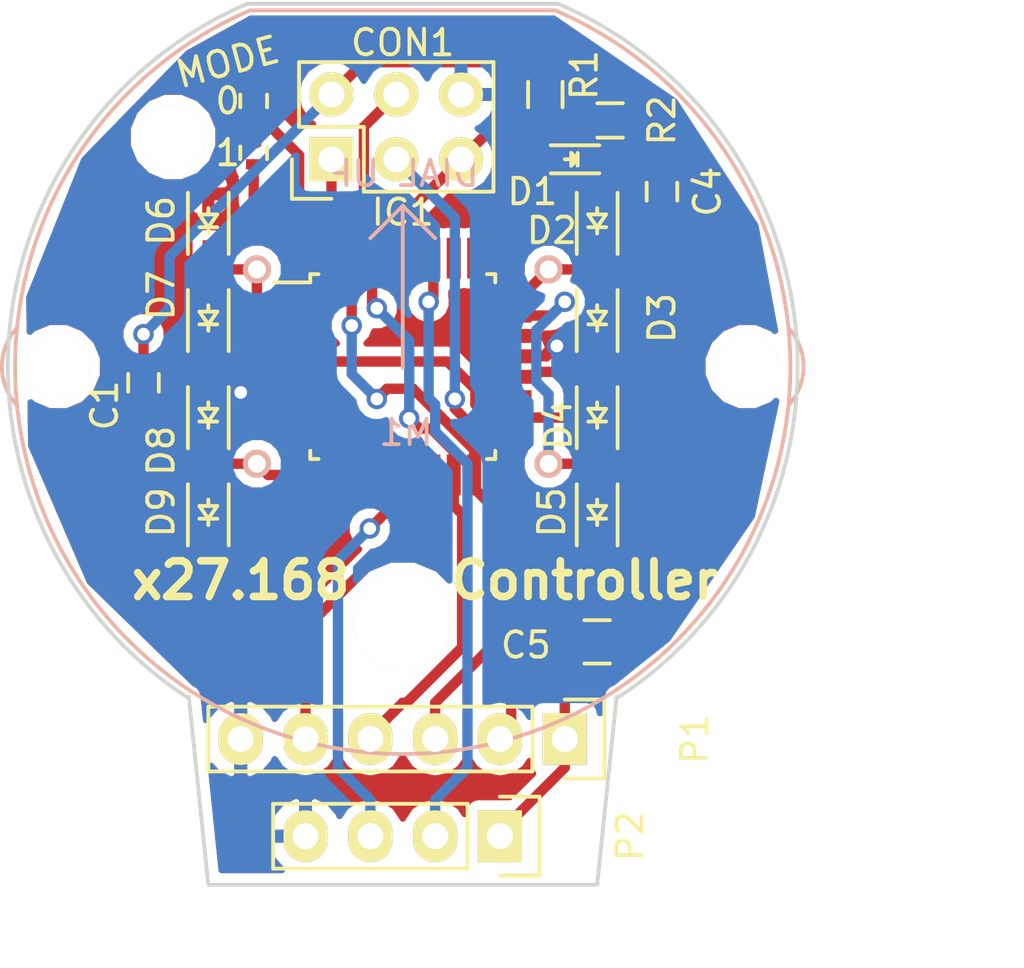
<source format=kicad_pcb>
(kicad_pcb (version 4) (host pcbnew "(2015-09-05 BZR 6156)-product")

  (general
    (links 57)
    (no_connects 1)
    (area 111.01614 61.900999 155.32 101.760001)
    (thickness 1.6)
    (drawings 13)
    (tracks 190)
    (zones 0)
    (modules 21)
    (nets 28)
  )

  (page A4)
  (layers
    (0 F.Cu signal)
    (31 B.Cu signal)
    (32 B.Adhes user)
    (33 F.Adhes user)
    (34 B.Paste user)
    (35 F.Paste user)
    (36 B.SilkS user)
    (37 F.SilkS user)
    (38 B.Mask user)
    (39 F.Mask user)
    (40 Dwgs.User user)
    (41 Cmts.User user)
    (42 Eco1.User user)
    (43 Eco2.User user)
    (44 Edge.Cuts user)
    (45 Margin user)
    (46 B.CrtYd user)
    (47 F.CrtYd user)
    (48 B.Fab user hide)
    (49 F.Fab user hide)
  )

  (setup
    (last_trace_width 0.254)
    (user_trace_width 0.2032)
    (user_trace_width 0.4064)
    (trace_clearance 0.2)
    (zone_clearance 0.381)
    (zone_45_only no)
    (trace_min 0.2)
    (segment_width 0.2)
    (edge_width 0.15)
    (via_size 0.8)
    (via_drill 0.5)
    (via_min_size 0.4)
    (via_min_drill 0.3)
    (uvia_size 0.3)
    (uvia_drill 0.1)
    (uvias_allowed no)
    (uvia_min_size 0.2)
    (uvia_min_drill 0.1)
    (pcb_text_width 0.3)
    (pcb_text_size 1.5 1.5)
    (mod_edge_width 0.15)
    (mod_text_size 1 1)
    (mod_text_width 0.15)
    (pad_size 1.524 1.524)
    (pad_drill 0.762)
    (pad_to_mask_clearance 0.2)
    (aux_axis_origin 0 0)
    (visible_elements FFFFFF7F)
    (pcbplotparams
      (layerselection 0x010f0_ffffffff)
      (usegerberextensions false)
      (excludeedgelayer true)
      (linewidth 0.100000)
      (plotframeref false)
      (viasonmask false)
      (mode 1)
      (useauxorigin false)
      (hpglpennumber 1)
      (hpglpenspeed 20)
      (hpglpendiameter 15)
      (hpglpenoverlay 2)
      (psnegative false)
      (psa4output false)
      (plotreference true)
      (plotvalue true)
      (plotinvisibletext false)
      (padsonsilk false)
      (subtractmaskfromsilk false)
      (outputformat 1)
      (mirror false)
      (drillshape 0)
      (scaleselection 1)
      (outputdirectory gerbers))
  )

  (net 0 "")
  (net 1 VCC)
  (net 2 GND)
  (net 3 "Net-(C4-Pad1)")
  (net 4 /MISO)
  (net 5 /SCK)
  (net 6 /MOSI)
  (net 7 /~RST)
  (net 8 "Net-(D1-Pad2)")
  (net 9 "Net-(D1-Pad1)")
  (net 10 /M4)
  (net 11 /M3)
  (net 12 /M2)
  (net 13 /M1)
  (net 14 "Net-(IC1-Pad10)")
  (net 15 "Net-(IC1-Pad11)")
  (net 16 /PWM_IN)
  (net 17 "Net-(IC1-Pad13)")
  (net 18 /~SS)
  (net 19 "Net-(IC1-Pad22)")
  (net 20 /ANALOG_IN)
  (net 21 /MODE1)
  (net 22 /MODE0)
  (net 23 "Net-(IC1-Pad26)")
  (net 24 "Net-(IC1-Pad7)")
  (net 25 "Net-(IC1-Pad8)")
  (net 26 "Net-(IC1-Pad28)")
  (net 27 "Net-(IC1-Pad19)")

  (net_class Default "This is the default net class."
    (clearance 0.2)
    (trace_width 0.254)
    (via_dia 0.8)
    (via_drill 0.5)
    (uvia_dia 0.3)
    (uvia_drill 0.1)
    (add_net /ANALOG_IN)
    (add_net /MISO)
    (add_net /MODE0)
    (add_net /MODE1)
    (add_net /MOSI)
    (add_net /PWM_IN)
    (add_net /SCK)
    (add_net /~RST)
    (add_net /~SS)
    (add_net GND)
    (add_net "Net-(C4-Pad1)")
    (add_net "Net-(D1-Pad1)")
    (add_net "Net-(D1-Pad2)")
    (add_net "Net-(IC1-Pad10)")
    (add_net "Net-(IC1-Pad11)")
    (add_net "Net-(IC1-Pad13)")
    (add_net "Net-(IC1-Pad19)")
    (add_net "Net-(IC1-Pad22)")
    (add_net "Net-(IC1-Pad26)")
    (add_net "Net-(IC1-Pad28)")
    (add_net "Net-(IC1-Pad7)")
    (add_net "Net-(IC1-Pad8)")
    (add_net VCC)
  )

  (net_class MOTOR ""
    (clearance 0.2)
    (trace_width 0.4064)
    (via_dia 0.8)
    (via_drill 0.5)
    (uvia_dia 0.3)
    (uvia_drill 0.1)
    (add_net /M1)
    (add_net /M2)
    (add_net /M3)
    (add_net /M4)
  )

  (module Capacitors_SMD:C_0603 (layer F.Cu) (tedit 5415D631) (tstamp 575EC2BC)
    (at 116.84 76.835 270)
    (descr "Capacitor SMD 0603, reflow soldering, AVX (see smccp.pdf)")
    (tags "capacitor 0603")
    (path /575E853F)
    (attr smd)
    (fp_text reference C1 (at 0.889 1.524 270) (layer F.SilkS)
      (effects (font (size 1 1) (thickness 0.15)))
    )
    (fp_text value 100n (at 0 1.9 270) (layer F.Fab)
      (effects (font (size 1 1) (thickness 0.15)))
    )
    (fp_line (start -1.45 -0.75) (end 1.45 -0.75) (layer F.CrtYd) (width 0.05))
    (fp_line (start -1.45 0.75) (end 1.45 0.75) (layer F.CrtYd) (width 0.05))
    (fp_line (start -1.45 -0.75) (end -1.45 0.75) (layer F.CrtYd) (width 0.05))
    (fp_line (start 1.45 -0.75) (end 1.45 0.75) (layer F.CrtYd) (width 0.05))
    (fp_line (start -0.35 -0.6) (end 0.35 -0.6) (layer F.SilkS) (width 0.15))
    (fp_line (start 0.35 0.6) (end -0.35 0.6) (layer F.SilkS) (width 0.15))
    (pad 1 smd rect (at -0.75 0 270) (size 0.8 0.75) (layers F.Cu F.Paste F.Mask)
      (net 1 VCC))
    (pad 2 smd rect (at 0.75 0 270) (size 0.8 0.75) (layers F.Cu F.Paste F.Mask)
      (net 2 GND))
    (model Capacitors_SMD.3dshapes/C_0603.wrl
      (at (xyz 0 0 0))
      (scale (xyz 1 1 1))
      (rotate (xyz 0 0 0))
    )
  )

  (module Capacitors_SMD:C_0603 (layer F.Cu) (tedit 5415D631) (tstamp 575EC2CE)
    (at 137.16 69.342 90)
    (descr "Capacitor SMD 0603, reflow soldering, AVX (see smccp.pdf)")
    (tags "capacitor 0603")
    (path /575EE81D)
    (attr smd)
    (fp_text reference C4 (at 0 1.778 90) (layer F.SilkS)
      (effects (font (size 1 1) (thickness 0.15)))
    )
    (fp_text value 100n (at 0 1.9 90) (layer F.Fab)
      (effects (font (size 1 1) (thickness 0.15)))
    )
    (fp_line (start -1.45 -0.75) (end 1.45 -0.75) (layer F.CrtYd) (width 0.05))
    (fp_line (start -1.45 0.75) (end 1.45 0.75) (layer F.CrtYd) (width 0.05))
    (fp_line (start -1.45 -0.75) (end -1.45 0.75) (layer F.CrtYd) (width 0.05))
    (fp_line (start 1.45 -0.75) (end 1.45 0.75) (layer F.CrtYd) (width 0.05))
    (fp_line (start -0.35 -0.6) (end 0.35 -0.6) (layer F.SilkS) (width 0.15))
    (fp_line (start 0.35 0.6) (end -0.35 0.6) (layer F.SilkS) (width 0.15))
    (pad 1 smd rect (at -0.75 0 90) (size 0.8 0.75) (layers F.Cu F.Paste F.Mask)
      (net 3 "Net-(C4-Pad1)"))
    (pad 2 smd rect (at 0.75 0 90) (size 0.8 0.75) (layers F.Cu F.Paste F.Mask)
      (net 2 GND))
    (model Capacitors_SMD.3dshapes/C_0603.wrl
      (at (xyz 0 0 0))
      (scale (xyz 1 1 1))
      (rotate (xyz 0 0 0))
    )
  )

  (module Capacitors_SMD:C_0805 (layer F.Cu) (tedit 5415D6EA) (tstamp 575EC2D4)
    (at 134.62 86.995)
    (descr "Capacitor SMD 0805, reflow soldering, AVX (see smccp.pdf)")
    (tags "capacitor 0805")
    (path /575EEFF5)
    (attr smd)
    (fp_text reference C5 (at -2.794 0.127 180) (layer F.SilkS)
      (effects (font (size 1 1) (thickness 0.15)))
    )
    (fp_text value 10u (at 0 2.1) (layer F.Fab)
      (effects (font (size 1 1) (thickness 0.15)))
    )
    (fp_line (start -1.8 -1) (end 1.8 -1) (layer F.CrtYd) (width 0.05))
    (fp_line (start -1.8 1) (end 1.8 1) (layer F.CrtYd) (width 0.05))
    (fp_line (start -1.8 -1) (end -1.8 1) (layer F.CrtYd) (width 0.05))
    (fp_line (start 1.8 -1) (end 1.8 1) (layer F.CrtYd) (width 0.05))
    (fp_line (start 0.5 -0.85) (end -0.5 -0.85) (layer F.SilkS) (width 0.15))
    (fp_line (start -0.5 0.85) (end 0.5 0.85) (layer F.SilkS) (width 0.15))
    (pad 1 smd rect (at -1 0) (size 1 1.25) (layers F.Cu F.Paste F.Mask)
      (net 1 VCC))
    (pad 2 smd rect (at 1 0) (size 1 1.25) (layers F.Cu F.Paste F.Mask)
      (net 2 GND))
    (model Capacitors_SMD.3dshapes/C_0805.wrl
      (at (xyz 0 0 0))
      (scale (xyz 1 1 1))
      (rotate (xyz 0 0 0))
    )
  )

  (module Pin_Headers:Pin_Header_Straight_2x03 (layer F.Cu) (tedit 54EA0A4B) (tstamp 575EC2DE)
    (at 124.206 68.072 90)
    (descr "Through hole pin header")
    (tags "pin header")
    (path /575E8639)
    (fp_text reference CON1 (at 4.572 2.794 180) (layer F.SilkS)
      (effects (font (size 1 1) (thickness 0.15)))
    )
    (fp_text value AVR-ISP-6 (at 0 -3.1 90) (layer F.Fab)
      (effects (font (size 1 1) (thickness 0.15)))
    )
    (fp_line (start -1.27 1.27) (end -1.27 6.35) (layer F.SilkS) (width 0.15))
    (fp_line (start -1.55 -1.55) (end 0 -1.55) (layer F.SilkS) (width 0.15))
    (fp_line (start -1.75 -1.75) (end -1.75 6.85) (layer F.CrtYd) (width 0.05))
    (fp_line (start 4.3 -1.75) (end 4.3 6.85) (layer F.CrtYd) (width 0.05))
    (fp_line (start -1.75 -1.75) (end 4.3 -1.75) (layer F.CrtYd) (width 0.05))
    (fp_line (start -1.75 6.85) (end 4.3 6.85) (layer F.CrtYd) (width 0.05))
    (fp_line (start 1.27 -1.27) (end 1.27 1.27) (layer F.SilkS) (width 0.15))
    (fp_line (start 1.27 1.27) (end -1.27 1.27) (layer F.SilkS) (width 0.15))
    (fp_line (start -1.27 6.35) (end 3.81 6.35) (layer F.SilkS) (width 0.15))
    (fp_line (start 3.81 6.35) (end 3.81 1.27) (layer F.SilkS) (width 0.15))
    (fp_line (start -1.55 -1.55) (end -1.55 0) (layer F.SilkS) (width 0.15))
    (fp_line (start 3.81 -1.27) (end 1.27 -1.27) (layer F.SilkS) (width 0.15))
    (fp_line (start 3.81 1.27) (end 3.81 -1.27) (layer F.SilkS) (width 0.15))
    (pad 1 thru_hole rect (at 0 0 90) (size 1.7272 1.7272) (drill 1.016) (layers *.Cu *.Mask F.SilkS)
      (net 4 /MISO))
    (pad 2 thru_hole oval (at 2.54 0 90) (size 1.7272 1.7272) (drill 1.016) (layers *.Cu *.Mask F.SilkS)
      (net 1 VCC))
    (pad 3 thru_hole oval (at 0 2.54 90) (size 1.7272 1.7272) (drill 1.016) (layers *.Cu *.Mask F.SilkS)
      (net 5 /SCK))
    (pad 4 thru_hole oval (at 2.54 2.54 90) (size 1.7272 1.7272) (drill 1.016) (layers *.Cu *.Mask F.SilkS)
      (net 6 /MOSI))
    (pad 5 thru_hole oval (at 0 5.08 90) (size 1.7272 1.7272) (drill 1.016) (layers *.Cu *.Mask F.SilkS)
      (net 7 /~RST))
    (pad 6 thru_hole oval (at 2.54 5.08 90) (size 1.7272 1.7272) (drill 1.016) (layers *.Cu *.Mask F.SilkS)
      (net 2 GND))
    (model Pin_Headers.3dshapes/Pin_Header_Straight_2x03.wrl
      (at (xyz 0.05 -0.1 0))
      (scale (xyz 1 1 1))
      (rotate (xyz 0 0 90))
    )
  )

  (module LEDs:LED_0603 (layer F.Cu) (tedit 55BDE255) (tstamp 575EC2E4)
    (at 133.604 68.072 180)
    (descr "LED 0603 smd package")
    (tags "LED led 0603 SMD smd SMT smt smdled SMDLED smtled SMTLED")
    (path /575E9D0F)
    (attr smd)
    (fp_text reference D1 (at 1.524 -1.27 180) (layer F.SilkS)
      (effects (font (size 1 1) (thickness 0.15)))
    )
    (fp_text value RED (at 0 1.5 180) (layer F.Fab)
      (effects (font (size 1 1) (thickness 0.15)))
    )
    (fp_line (start -1.1 0.55) (end 0.8 0.55) (layer F.SilkS) (width 0.15))
    (fp_line (start -1.1 -0.55) (end 0.8 -0.55) (layer F.SilkS) (width 0.15))
    (fp_line (start -0.2 0) (end 0.25 0) (layer F.SilkS) (width 0.15))
    (fp_line (start -0.25 -0.25) (end -0.25 0.25) (layer F.SilkS) (width 0.15))
    (fp_line (start -0.25 0) (end 0 -0.25) (layer F.SilkS) (width 0.15))
    (fp_line (start 0 -0.25) (end 0 0.25) (layer F.SilkS) (width 0.15))
    (fp_line (start 0 0.25) (end -0.25 0) (layer F.SilkS) (width 0.15))
    (fp_line (start 1.4 -0.75) (end 1.4 0.75) (layer F.CrtYd) (width 0.05))
    (fp_line (start 1.4 0.75) (end -1.4 0.75) (layer F.CrtYd) (width 0.05))
    (fp_line (start -1.4 0.75) (end -1.4 -0.75) (layer F.CrtYd) (width 0.05))
    (fp_line (start -1.4 -0.75) (end 1.4 -0.75) (layer F.CrtYd) (width 0.05))
    (pad 2 smd rect (at 0.7493 0) (size 0.79756 0.79756) (layers F.Cu F.Paste F.Mask)
      (net 8 "Net-(D1-Pad2)"))
    (pad 1 smd rect (at -0.7493 0) (size 0.79756 0.79756) (layers F.Cu F.Paste F.Mask)
      (net 9 "Net-(D1-Pad1)"))
    (model LEDs.3dshapes/LED_0603.wrl
      (at (xyz 0 0 0))
      (scale (xyz 1 1 1))
      (rotate (xyz 0 0 180))
    )
  )

  (module Housings_QFP:TQFP-32_7x7mm_Pitch0.8mm locked (layer F.Cu) (tedit 54130A77) (tstamp 575EC338)
    (at 127 76.2)
    (descr "32-Lead Plastic Thin Quad Flatpack (PT) - 7x7x1.0 mm Body, 2.00 mm [TQFP] (see Microchip Packaging Specification 00000049BS.pdf)")
    (tags "QFP 0.8")
    (path /575EA572)
    (attr smd)
    (fp_text reference IC1 (at 0 -6.05) (layer F.SilkS)
      (effects (font (size 1 1) (thickness 0.15)))
    )
    (fp_text value ATMEGA328P-A (at 0 6.05) (layer F.Fab)
      (effects (font (size 1 1) (thickness 0.15)))
    )
    (fp_line (start -5.3 -5.3) (end -5.3 5.3) (layer F.CrtYd) (width 0.05))
    (fp_line (start 5.3 -5.3) (end 5.3 5.3) (layer F.CrtYd) (width 0.05))
    (fp_line (start -5.3 -5.3) (end 5.3 -5.3) (layer F.CrtYd) (width 0.05))
    (fp_line (start -5.3 5.3) (end 5.3 5.3) (layer F.CrtYd) (width 0.05))
    (fp_line (start -3.625 -3.625) (end -3.625 -3.3) (layer F.SilkS) (width 0.15))
    (fp_line (start 3.625 -3.625) (end 3.625 -3.3) (layer F.SilkS) (width 0.15))
    (fp_line (start 3.625 3.625) (end 3.625 3.3) (layer F.SilkS) (width 0.15))
    (fp_line (start -3.625 3.625) (end -3.625 3.3) (layer F.SilkS) (width 0.15))
    (fp_line (start -3.625 -3.625) (end -3.3 -3.625) (layer F.SilkS) (width 0.15))
    (fp_line (start -3.625 3.625) (end -3.3 3.625) (layer F.SilkS) (width 0.15))
    (fp_line (start 3.625 3.625) (end 3.3 3.625) (layer F.SilkS) (width 0.15))
    (fp_line (start 3.625 -3.625) (end 3.3 -3.625) (layer F.SilkS) (width 0.15))
    (fp_line (start -3.625 -3.3) (end -5.05 -3.3) (layer F.SilkS) (width 0.15))
    (pad 1 smd rect (at -4.25 -2.8) (size 1.6 0.55) (layers F.Cu F.Paste F.Mask)
      (net 21 /MODE1))
    (pad 2 smd rect (at -4.25 -2) (size 1.6 0.55) (layers F.Cu F.Paste F.Mask)
      (net 12 /M2))
    (pad 3 smd rect (at -4.25 -1.2) (size 1.6 0.55) (layers F.Cu F.Paste F.Mask)
      (net 2 GND))
    (pad 4 smd rect (at -4.25 -0.4) (size 1.6 0.55) (layers F.Cu F.Paste F.Mask)
      (net 1 VCC))
    (pad 5 smd rect (at -4.25 0.4) (size 1.6 0.55) (layers F.Cu F.Paste F.Mask)
      (net 2 GND))
    (pad 6 smd rect (at -4.25 1.2) (size 1.6 0.55) (layers F.Cu F.Paste F.Mask)
      (net 1 VCC))
    (pad 7 smd rect (at -4.25 2) (size 1.6 0.55) (layers F.Cu F.Paste F.Mask)
      (net 24 "Net-(IC1-Pad7)"))
    (pad 8 smd rect (at -4.25 2.8) (size 1.6 0.55) (layers F.Cu F.Paste F.Mask)
      (net 25 "Net-(IC1-Pad8)"))
    (pad 9 smd rect (at -2.8 4.25 90) (size 1.6 0.55) (layers F.Cu F.Paste F.Mask)
      (net 13 /M1))
    (pad 10 smd rect (at -2 4.25 90) (size 1.6 0.55) (layers F.Cu F.Paste F.Mask)
      (net 14 "Net-(IC1-Pad10)"))
    (pad 11 smd rect (at -1.2 4.25 90) (size 1.6 0.55) (layers F.Cu F.Paste F.Mask)
      (net 15 "Net-(IC1-Pad11)"))
    (pad 12 smd rect (at -0.4 4.25 90) (size 1.6 0.55) (layers F.Cu F.Paste F.Mask)
      (net 16 /PWM_IN))
    (pad 13 smd rect (at 0.4 4.25 90) (size 1.6 0.55) (layers F.Cu F.Paste F.Mask)
      (net 17 "Net-(IC1-Pad13)"))
    (pad 14 smd rect (at 1.2 4.25 90) (size 1.6 0.55) (layers F.Cu F.Paste F.Mask)
      (net 18 /~SS))
    (pad 15 smd rect (at 2 4.25 90) (size 1.6 0.55) (layers F.Cu F.Paste F.Mask)
      (net 6 /MOSI))
    (pad 16 smd rect (at 2.8 4.25 90) (size 1.6 0.55) (layers F.Cu F.Paste F.Mask)
      (net 4 /MISO))
    (pad 17 smd rect (at 4.25 2.8) (size 1.6 0.55) (layers F.Cu F.Paste F.Mask)
      (net 5 /SCK))
    (pad 18 smd rect (at 4.25 2) (size 1.6 0.55) (layers F.Cu F.Paste F.Mask)
      (net 1 VCC))
    (pad 19 smd rect (at 4.25 1.2) (size 1.6 0.55) (layers F.Cu F.Paste F.Mask)
      (net 27 "Net-(IC1-Pad19)"))
    (pad 20 smd rect (at 4.25 0.4) (size 1.6 0.55) (layers F.Cu F.Paste F.Mask)
      (net 3 "Net-(C4-Pad1)"))
    (pad 21 smd rect (at 4.25 -0.4) (size 1.6 0.55) (layers F.Cu F.Paste F.Mask)
      (net 2 GND))
    (pad 22 smd rect (at 4.25 -1.2) (size 1.6 0.55) (layers F.Cu F.Paste F.Mask)
      (net 19 "Net-(IC1-Pad22)"))
    (pad 23 smd rect (at 4.25 -2) (size 1.6 0.55) (layers F.Cu F.Paste F.Mask)
      (net 11 /M3))
    (pad 24 smd rect (at 4.25 -2.8) (size 1.6 0.55) (layers F.Cu F.Paste F.Mask)
      (net 10 /M4))
    (pad 25 smd rect (at 2.8 -4.25 90) (size 1.6 0.55) (layers F.Cu F.Paste F.Mask)
      (net 8 "Net-(D1-Pad2)"))
    (pad 26 smd rect (at 2 -4.25 90) (size 1.6 0.55) (layers F.Cu F.Paste F.Mask)
      (net 23 "Net-(IC1-Pad26)"))
    (pad 27 smd rect (at 1.2 -4.25 90) (size 1.6 0.55) (layers F.Cu F.Paste F.Mask)
      (net 20 /ANALOG_IN))
    (pad 28 smd rect (at 0.4 -4.25 90) (size 1.6 0.55) (layers F.Cu F.Paste F.Mask)
      (net 26 "Net-(IC1-Pad28)"))
    (pad 29 smd rect (at -0.4 -4.25 90) (size 1.6 0.55) (layers F.Cu F.Paste F.Mask)
      (net 7 /~RST))
    (pad 30 smd rect (at -1.2 -4.25 90) (size 1.6 0.55) (layers F.Cu F.Paste F.Mask)
      (net 6 /MOSI))
    (pad 31 smd rect (at -2 -4.25 90) (size 1.6 0.55) (layers F.Cu F.Paste F.Mask)
      (net 4 /MISO))
    (pad 32 smd rect (at -2.8 -4.25 90) (size 1.6 0.55) (layers F.Cu F.Paste F.Mask)
      (net 22 /MODE0))
    (model Housings_QFP.3dshapes/TQFP-32_7x7mm_Pitch0.8mm.wrl
      (at (xyz 0 0 0))
      (scale (xyz 1 1 1))
      (rotate (xyz 0 0 0))
    )
  )

  (module Resistors_SMD:R_0603 (layer F.Cu) (tedit 5415CC62) (tstamp 575EC35A)
    (at 132.588 65.532 270)
    (descr "Resistor SMD 0603, reflow soldering, Vishay (see dcrcw.pdf)")
    (tags "resistor 0603")
    (path /575E885C)
    (attr smd)
    (fp_text reference R1 (at -0.762 -1.524 270) (layer F.SilkS)
      (effects (font (size 1 1) (thickness 0.15)))
    )
    (fp_text value 10K (at 0 1.9 270) (layer F.Fab)
      (effects (font (size 1 1) (thickness 0.15)))
    )
    (fp_line (start -1.3 -0.8) (end 1.3 -0.8) (layer F.CrtYd) (width 0.05))
    (fp_line (start -1.3 0.8) (end 1.3 0.8) (layer F.CrtYd) (width 0.05))
    (fp_line (start -1.3 -0.8) (end -1.3 0.8) (layer F.CrtYd) (width 0.05))
    (fp_line (start 1.3 -0.8) (end 1.3 0.8) (layer F.CrtYd) (width 0.05))
    (fp_line (start 0.5 0.675) (end -0.5 0.675) (layer F.SilkS) (width 0.15))
    (fp_line (start -0.5 -0.675) (end 0.5 -0.675) (layer F.SilkS) (width 0.15))
    (pad 1 smd rect (at -0.75 0 270) (size 0.5 0.9) (layers F.Cu F.Paste F.Mask)
      (net 1 VCC))
    (pad 2 smd rect (at 0.75 0 270) (size 0.5 0.9) (layers F.Cu F.Paste F.Mask)
      (net 7 /~RST))
    (model Resistors_SMD.3dshapes/R_0603.wrl
      (at (xyz 0 0 0))
      (scale (xyz 1 1 1))
      (rotate (xyz 0 0 0))
    )
  )

  (module Resistors_SMD:R_0603 (layer F.Cu) (tedit 5415CC62) (tstamp 575EC360)
    (at 135.128 66.548)
    (descr "Resistor SMD 0603, reflow soldering, Vishay (see dcrcw.pdf)")
    (tags "resistor 0603")
    (path /575E9E10)
    (attr smd)
    (fp_text reference R2 (at 2.032 0 90) (layer F.SilkS)
      (effects (font (size 1 1) (thickness 0.15)))
    )
    (fp_text value 1K (at 0 1.9) (layer F.Fab)
      (effects (font (size 1 1) (thickness 0.15)))
    )
    (fp_line (start -1.3 -0.8) (end 1.3 -0.8) (layer F.CrtYd) (width 0.05))
    (fp_line (start -1.3 0.8) (end 1.3 0.8) (layer F.CrtYd) (width 0.05))
    (fp_line (start -1.3 -0.8) (end -1.3 0.8) (layer F.CrtYd) (width 0.05))
    (fp_line (start 1.3 -0.8) (end 1.3 0.8) (layer F.CrtYd) (width 0.05))
    (fp_line (start 0.5 0.675) (end -0.5 0.675) (layer F.SilkS) (width 0.15))
    (fp_line (start -0.5 -0.675) (end 0.5 -0.675) (layer F.SilkS) (width 0.15))
    (pad 1 smd rect (at -0.75 0) (size 0.5 0.9) (layers F.Cu F.Paste F.Mask)
      (net 9 "Net-(D1-Pad1)"))
    (pad 2 smd rect (at 0.75 0) (size 0.5 0.9) (layers F.Cu F.Paste F.Mask)
      (net 2 GND))
    (model Resistors_SMD.3dshapes/R_0603.wrl
      (at (xyz 0 0 0))
      (scale (xyz 1 1 1))
      (rotate (xyz 0 0 0))
    )
  )

  (module Diodes_SMD:SOD-323 (layer F.Cu) (tedit 5530FC5E) (tstamp 575ECBA1)
    (at 134.62 70.485 90)
    (descr SOD-323)
    (tags SOD-323)
    (path /575EA33E)
    (attr smd)
    (fp_text reference D2 (at -0.381 -1.778 180) (layer F.SilkS)
      (effects (font (size 1 1) (thickness 0.15)))
    )
    (fp_text value LL4148 (at 0.1 1.9 90) (layer F.Fab)
      (effects (font (size 1 1) (thickness 0.15)))
    )
    (fp_line (start 0.25 0) (end 0.5 0) (layer F.SilkS) (width 0.15))
    (fp_line (start -0.25 0) (end -0.5 0) (layer F.SilkS) (width 0.15))
    (fp_line (start -0.25 0) (end 0.25 -0.35) (layer F.SilkS) (width 0.15))
    (fp_line (start 0.25 -0.35) (end 0.25 0.35) (layer F.SilkS) (width 0.15))
    (fp_line (start 0.25 0.35) (end -0.25 0) (layer F.SilkS) (width 0.15))
    (fp_line (start -0.25 -0.35) (end -0.25 0.35) (layer F.SilkS) (width 0.15))
    (fp_line (start -1.5 -0.95) (end 1.5 -0.95) (layer F.CrtYd) (width 0.05))
    (fp_line (start 1.5 -0.95) (end 1.5 0.95) (layer F.CrtYd) (width 0.05))
    (fp_line (start -1.5 0.95) (end 1.5 0.95) (layer F.CrtYd) (width 0.05))
    (fp_line (start -1.5 -0.95) (end -1.5 0.95) (layer F.CrtYd) (width 0.05))
    (fp_line (start -1.3 0.8) (end 1.1 0.8) (layer F.SilkS) (width 0.15))
    (fp_line (start -1.3 -0.8) (end 1.1 -0.8) (layer F.SilkS) (width 0.15))
    (pad 1 smd rect (at -1.055 0 90) (size 0.59 0.45) (layers F.Cu F.Paste F.Mask)
      (net 10 /M4))
    (pad 2 smd rect (at 1.055 0 90) (size 0.59 0.45) (layers F.Cu F.Paste F.Mask)
      (net 2 GND))
    (model Diodes_SMD.3dshapes/SOD-323.wrl
      (at (xyz 0 0 0))
      (scale (xyz 1 1 1))
      (rotate (xyz 0 0 0))
    )
  )

  (module Diodes_SMD:SOD-323 (layer F.Cu) (tedit 5530FC5E) (tstamp 575ECBA6)
    (at 134.62 74.295 90)
    (descr SOD-323)
    (tags SOD-323)
    (path /575EA20A)
    (attr smd)
    (fp_text reference D3 (at 0 2.54 90) (layer F.SilkS)
      (effects (font (size 1 1) (thickness 0.15)))
    )
    (fp_text value LL4148 (at 0.1 1.9 90) (layer F.Fab)
      (effects (font (size 1 1) (thickness 0.15)))
    )
    (fp_line (start 0.25 0) (end 0.5 0) (layer F.SilkS) (width 0.15))
    (fp_line (start -0.25 0) (end -0.5 0) (layer F.SilkS) (width 0.15))
    (fp_line (start -0.25 0) (end 0.25 -0.35) (layer F.SilkS) (width 0.15))
    (fp_line (start 0.25 -0.35) (end 0.25 0.35) (layer F.SilkS) (width 0.15))
    (fp_line (start 0.25 0.35) (end -0.25 0) (layer F.SilkS) (width 0.15))
    (fp_line (start -0.25 -0.35) (end -0.25 0.35) (layer F.SilkS) (width 0.15))
    (fp_line (start -1.5 -0.95) (end 1.5 -0.95) (layer F.CrtYd) (width 0.05))
    (fp_line (start 1.5 -0.95) (end 1.5 0.95) (layer F.CrtYd) (width 0.05))
    (fp_line (start -1.5 0.95) (end 1.5 0.95) (layer F.CrtYd) (width 0.05))
    (fp_line (start -1.5 -0.95) (end -1.5 0.95) (layer F.CrtYd) (width 0.05))
    (fp_line (start -1.3 0.8) (end 1.1 0.8) (layer F.SilkS) (width 0.15))
    (fp_line (start -1.3 -0.8) (end 1.1 -0.8) (layer F.SilkS) (width 0.15))
    (pad 1 smd rect (at -1.055 0 90) (size 0.59 0.45) (layers F.Cu F.Paste F.Mask)
      (net 1 VCC))
    (pad 2 smd rect (at 1.055 0 90) (size 0.59 0.45) (layers F.Cu F.Paste F.Mask)
      (net 10 /M4))
    (model Diodes_SMD.3dshapes/SOD-323.wrl
      (at (xyz 0 0 0))
      (scale (xyz 1 1 1))
      (rotate (xyz 0 0 0))
    )
  )

  (module Diodes_SMD:SOD-323 (layer F.Cu) (tedit 5530FC5E) (tstamp 575ECBAB)
    (at 134.62 78.105 90)
    (descr SOD-323)
    (tags SOD-323)
    (path /575EA2F9)
    (attr smd)
    (fp_text reference D4 (at -0.381 -1.524 90) (layer F.SilkS)
      (effects (font (size 1 1) (thickness 0.15)))
    )
    (fp_text value LL4148 (at 0.1 1.9 90) (layer F.Fab)
      (effects (font (size 1 1) (thickness 0.15)))
    )
    (fp_line (start 0.25 0) (end 0.5 0) (layer F.SilkS) (width 0.15))
    (fp_line (start -0.25 0) (end -0.5 0) (layer F.SilkS) (width 0.15))
    (fp_line (start -0.25 0) (end 0.25 -0.35) (layer F.SilkS) (width 0.15))
    (fp_line (start 0.25 -0.35) (end 0.25 0.35) (layer F.SilkS) (width 0.15))
    (fp_line (start 0.25 0.35) (end -0.25 0) (layer F.SilkS) (width 0.15))
    (fp_line (start -0.25 -0.35) (end -0.25 0.35) (layer F.SilkS) (width 0.15))
    (fp_line (start -1.5 -0.95) (end 1.5 -0.95) (layer F.CrtYd) (width 0.05))
    (fp_line (start 1.5 -0.95) (end 1.5 0.95) (layer F.CrtYd) (width 0.05))
    (fp_line (start -1.5 0.95) (end 1.5 0.95) (layer F.CrtYd) (width 0.05))
    (fp_line (start -1.5 -0.95) (end -1.5 0.95) (layer F.CrtYd) (width 0.05))
    (fp_line (start -1.3 0.8) (end 1.1 0.8) (layer F.SilkS) (width 0.15))
    (fp_line (start -1.3 -0.8) (end 1.1 -0.8) (layer F.SilkS) (width 0.15))
    (pad 1 smd rect (at -1.055 0 90) (size 0.59 0.45) (layers F.Cu F.Paste F.Mask)
      (net 11 /M3))
    (pad 2 smd rect (at 1.055 0 90) (size 0.59 0.45) (layers F.Cu F.Paste F.Mask)
      (net 2 GND))
    (model Diodes_SMD.3dshapes/SOD-323.wrl
      (at (xyz 0 0 0))
      (scale (xyz 1 1 1))
      (rotate (xyz 0 0 0))
    )
  )

  (module Diodes_SMD:SOD-323 (layer F.Cu) (tedit 5530FC5E) (tstamp 575ECBB0)
    (at 134.62 81.915 90)
    (descr SOD-323)
    (tags SOD-323)
    (path /575EA1CD)
    (attr smd)
    (fp_text reference D5 (at 0 -1.778 90) (layer F.SilkS)
      (effects (font (size 1 1) (thickness 0.15)))
    )
    (fp_text value LL4148 (at 0.1 1.9 90) (layer F.Fab)
      (effects (font (size 1 1) (thickness 0.15)))
    )
    (fp_line (start 0.25 0) (end 0.5 0) (layer F.SilkS) (width 0.15))
    (fp_line (start -0.25 0) (end -0.5 0) (layer F.SilkS) (width 0.15))
    (fp_line (start -0.25 0) (end 0.25 -0.35) (layer F.SilkS) (width 0.15))
    (fp_line (start 0.25 -0.35) (end 0.25 0.35) (layer F.SilkS) (width 0.15))
    (fp_line (start 0.25 0.35) (end -0.25 0) (layer F.SilkS) (width 0.15))
    (fp_line (start -0.25 -0.35) (end -0.25 0.35) (layer F.SilkS) (width 0.15))
    (fp_line (start -1.5 -0.95) (end 1.5 -0.95) (layer F.CrtYd) (width 0.05))
    (fp_line (start 1.5 -0.95) (end 1.5 0.95) (layer F.CrtYd) (width 0.05))
    (fp_line (start -1.5 0.95) (end 1.5 0.95) (layer F.CrtYd) (width 0.05))
    (fp_line (start -1.5 -0.95) (end -1.5 0.95) (layer F.CrtYd) (width 0.05))
    (fp_line (start -1.3 0.8) (end 1.1 0.8) (layer F.SilkS) (width 0.15))
    (fp_line (start -1.3 -0.8) (end 1.1 -0.8) (layer F.SilkS) (width 0.15))
    (pad 1 smd rect (at -1.055 0 90) (size 0.59 0.45) (layers F.Cu F.Paste F.Mask)
      (net 1 VCC))
    (pad 2 smd rect (at 1.055 0 90) (size 0.59 0.45) (layers F.Cu F.Paste F.Mask)
      (net 11 /M3))
    (model Diodes_SMD.3dshapes/SOD-323.wrl
      (at (xyz 0 0 0))
      (scale (xyz 1 1 1))
      (rotate (xyz 0 0 0))
    )
  )

  (module Diodes_SMD:SOD-323 (layer F.Cu) (tedit 5530FC5E) (tstamp 575ECBB5)
    (at 119.38 70.485 90)
    (descr SOD-323)
    (tags SOD-323)
    (path /575EA2B3)
    (attr smd)
    (fp_text reference D6 (at 0 -1.85 90) (layer F.SilkS)
      (effects (font (size 1 1) (thickness 0.15)))
    )
    (fp_text value LL4148 (at 0.1 1.9 90) (layer F.Fab)
      (effects (font (size 1 1) (thickness 0.15)))
    )
    (fp_line (start 0.25 0) (end 0.5 0) (layer F.SilkS) (width 0.15))
    (fp_line (start -0.25 0) (end -0.5 0) (layer F.SilkS) (width 0.15))
    (fp_line (start -0.25 0) (end 0.25 -0.35) (layer F.SilkS) (width 0.15))
    (fp_line (start 0.25 -0.35) (end 0.25 0.35) (layer F.SilkS) (width 0.15))
    (fp_line (start 0.25 0.35) (end -0.25 0) (layer F.SilkS) (width 0.15))
    (fp_line (start -0.25 -0.35) (end -0.25 0.35) (layer F.SilkS) (width 0.15))
    (fp_line (start -1.5 -0.95) (end 1.5 -0.95) (layer F.CrtYd) (width 0.05))
    (fp_line (start 1.5 -0.95) (end 1.5 0.95) (layer F.CrtYd) (width 0.05))
    (fp_line (start -1.5 0.95) (end 1.5 0.95) (layer F.CrtYd) (width 0.05))
    (fp_line (start -1.5 -0.95) (end -1.5 0.95) (layer F.CrtYd) (width 0.05))
    (fp_line (start -1.3 0.8) (end 1.1 0.8) (layer F.SilkS) (width 0.15))
    (fp_line (start -1.3 -0.8) (end 1.1 -0.8) (layer F.SilkS) (width 0.15))
    (pad 1 smd rect (at -1.055 0 90) (size 0.59 0.45) (layers F.Cu F.Paste F.Mask)
      (net 12 /M2))
    (pad 2 smd rect (at 1.055 0 90) (size 0.59 0.45) (layers F.Cu F.Paste F.Mask)
      (net 2 GND))
    (model Diodes_SMD.3dshapes/SOD-323.wrl
      (at (xyz 0 0 0))
      (scale (xyz 1 1 1))
      (rotate (xyz 0 0 0))
    )
  )

  (module Diodes_SMD:SOD-323 (layer F.Cu) (tedit 5530FC5E) (tstamp 575ECBBA)
    (at 119.38 74.295 90)
    (descr SOD-323)
    (tags SOD-323)
    (path /575EA15F)
    (attr smd)
    (fp_text reference D7 (at 0.889 -1.85 90) (layer F.SilkS)
      (effects (font (size 1 1) (thickness 0.15)))
    )
    (fp_text value LL4148 (at 0.1 1.9 90) (layer F.Fab)
      (effects (font (size 1 1) (thickness 0.15)))
    )
    (fp_line (start 0.25 0) (end 0.5 0) (layer F.SilkS) (width 0.15))
    (fp_line (start -0.25 0) (end -0.5 0) (layer F.SilkS) (width 0.15))
    (fp_line (start -0.25 0) (end 0.25 -0.35) (layer F.SilkS) (width 0.15))
    (fp_line (start 0.25 -0.35) (end 0.25 0.35) (layer F.SilkS) (width 0.15))
    (fp_line (start 0.25 0.35) (end -0.25 0) (layer F.SilkS) (width 0.15))
    (fp_line (start -0.25 -0.35) (end -0.25 0.35) (layer F.SilkS) (width 0.15))
    (fp_line (start -1.5 -0.95) (end 1.5 -0.95) (layer F.CrtYd) (width 0.05))
    (fp_line (start 1.5 -0.95) (end 1.5 0.95) (layer F.CrtYd) (width 0.05))
    (fp_line (start -1.5 0.95) (end 1.5 0.95) (layer F.CrtYd) (width 0.05))
    (fp_line (start -1.5 -0.95) (end -1.5 0.95) (layer F.CrtYd) (width 0.05))
    (fp_line (start -1.3 0.8) (end 1.1 0.8) (layer F.SilkS) (width 0.15))
    (fp_line (start -1.3 -0.8) (end 1.1 -0.8) (layer F.SilkS) (width 0.15))
    (pad 1 smd rect (at -1.055 0 90) (size 0.59 0.45) (layers F.Cu F.Paste F.Mask)
      (net 1 VCC))
    (pad 2 smd rect (at 1.055 0 90) (size 0.59 0.45) (layers F.Cu F.Paste F.Mask)
      (net 12 /M2))
    (model Diodes_SMD.3dshapes/SOD-323.wrl
      (at (xyz 0 0 0))
      (scale (xyz 1 1 1))
      (rotate (xyz 0 0 0))
    )
  )

  (module Diodes_SMD:SOD-323 (layer F.Cu) (tedit 5530FC5E) (tstamp 575ECBBF)
    (at 119.38 78.105 90)
    (descr SOD-323)
    (tags SOD-323)
    (path /575EA246)
    (attr smd)
    (fp_text reference D8 (at -1.397 -1.85 90) (layer F.SilkS)
      (effects (font (size 1 1) (thickness 0.15)))
    )
    (fp_text value LL4148 (at 0.1 1.9 90) (layer F.Fab)
      (effects (font (size 1 1) (thickness 0.15)))
    )
    (fp_line (start 0.25 0) (end 0.5 0) (layer F.SilkS) (width 0.15))
    (fp_line (start -0.25 0) (end -0.5 0) (layer F.SilkS) (width 0.15))
    (fp_line (start -0.25 0) (end 0.25 -0.35) (layer F.SilkS) (width 0.15))
    (fp_line (start 0.25 -0.35) (end 0.25 0.35) (layer F.SilkS) (width 0.15))
    (fp_line (start 0.25 0.35) (end -0.25 0) (layer F.SilkS) (width 0.15))
    (fp_line (start -0.25 -0.35) (end -0.25 0.35) (layer F.SilkS) (width 0.15))
    (fp_line (start -1.5 -0.95) (end 1.5 -0.95) (layer F.CrtYd) (width 0.05))
    (fp_line (start 1.5 -0.95) (end 1.5 0.95) (layer F.CrtYd) (width 0.05))
    (fp_line (start -1.5 0.95) (end 1.5 0.95) (layer F.CrtYd) (width 0.05))
    (fp_line (start -1.5 -0.95) (end -1.5 0.95) (layer F.CrtYd) (width 0.05))
    (fp_line (start -1.3 0.8) (end 1.1 0.8) (layer F.SilkS) (width 0.15))
    (fp_line (start -1.3 -0.8) (end 1.1 -0.8) (layer F.SilkS) (width 0.15))
    (pad 1 smd rect (at -1.055 0 90) (size 0.59 0.45) (layers F.Cu F.Paste F.Mask)
      (net 13 /M1))
    (pad 2 smd rect (at 1.055 0 90) (size 0.59 0.45) (layers F.Cu F.Paste F.Mask)
      (net 2 GND))
    (model Diodes_SMD.3dshapes/SOD-323.wrl
      (at (xyz 0 0 0))
      (scale (xyz 1 1 1))
      (rotate (xyz 0 0 0))
    )
  )

  (module Diodes_SMD:SOD-323 (layer F.Cu) (tedit 5530FC5E) (tstamp 575ECBC4)
    (at 119.38 81.915 90)
    (descr SOD-323)
    (tags SOD-323)
    (path /575EA0BA)
    (attr smd)
    (fp_text reference D9 (at 0 -1.85 90) (layer F.SilkS)
      (effects (font (size 1 1) (thickness 0.15)))
    )
    (fp_text value LL4148 (at 0.1 1.9 90) (layer F.Fab)
      (effects (font (size 1 1) (thickness 0.15)))
    )
    (fp_line (start 0.25 0) (end 0.5 0) (layer F.SilkS) (width 0.15))
    (fp_line (start -0.25 0) (end -0.5 0) (layer F.SilkS) (width 0.15))
    (fp_line (start -0.25 0) (end 0.25 -0.35) (layer F.SilkS) (width 0.15))
    (fp_line (start 0.25 -0.35) (end 0.25 0.35) (layer F.SilkS) (width 0.15))
    (fp_line (start 0.25 0.35) (end -0.25 0) (layer F.SilkS) (width 0.15))
    (fp_line (start -0.25 -0.35) (end -0.25 0.35) (layer F.SilkS) (width 0.15))
    (fp_line (start -1.5 -0.95) (end 1.5 -0.95) (layer F.CrtYd) (width 0.05))
    (fp_line (start 1.5 -0.95) (end 1.5 0.95) (layer F.CrtYd) (width 0.05))
    (fp_line (start -1.5 0.95) (end 1.5 0.95) (layer F.CrtYd) (width 0.05))
    (fp_line (start -1.5 -0.95) (end -1.5 0.95) (layer F.CrtYd) (width 0.05))
    (fp_line (start -1.3 0.8) (end 1.1 0.8) (layer F.SilkS) (width 0.15))
    (fp_line (start -1.3 -0.8) (end 1.1 -0.8) (layer F.SilkS) (width 0.15))
    (pad 1 smd rect (at -1.055 0 90) (size 0.59 0.45) (layers F.Cu F.Paste F.Mask)
      (net 1 VCC))
    (pad 2 smd rect (at 1.055 0 90) (size 0.59 0.45) (layers F.Cu F.Paste F.Mask)
      (net 13 /M1))
    (model Diodes_SMD.3dshapes/SOD-323.wrl
      (at (xyz 0 0 0))
      (scale (xyz 1 1 1))
      (rotate (xyz 0 0 0))
    )
  )

  (module Pin_Headers:Pin_Header_Straight_1x06 (layer F.Cu) (tedit 0) (tstamp 575ED05B)
    (at 133.35 90.805 270)
    (descr "Through hole pin header")
    (tags "pin header")
    (path /575F2280)
    (fp_text reference P1 (at 0 -5.1 270) (layer F.SilkS)
      (effects (font (size 1 1) (thickness 0.15)))
    )
    (fp_text value COMMS (at 0 -3.1 270) (layer F.Fab)
      (effects (font (size 1 1) (thickness 0.15)))
    )
    (fp_line (start -1.75 -1.75) (end -1.75 14.45) (layer F.CrtYd) (width 0.05))
    (fp_line (start 1.75 -1.75) (end 1.75 14.45) (layer F.CrtYd) (width 0.05))
    (fp_line (start -1.75 -1.75) (end 1.75 -1.75) (layer F.CrtYd) (width 0.05))
    (fp_line (start -1.75 14.45) (end 1.75 14.45) (layer F.CrtYd) (width 0.05))
    (fp_line (start 1.27 1.27) (end 1.27 13.97) (layer F.SilkS) (width 0.15))
    (fp_line (start 1.27 13.97) (end -1.27 13.97) (layer F.SilkS) (width 0.15))
    (fp_line (start -1.27 13.97) (end -1.27 1.27) (layer F.SilkS) (width 0.15))
    (fp_line (start 1.55 -1.55) (end 1.55 0) (layer F.SilkS) (width 0.15))
    (fp_line (start 1.27 1.27) (end -1.27 1.27) (layer F.SilkS) (width 0.15))
    (fp_line (start -1.55 0) (end -1.55 -1.55) (layer F.SilkS) (width 0.15))
    (fp_line (start -1.55 -1.55) (end 1.55 -1.55) (layer F.SilkS) (width 0.15))
    (pad 1 thru_hole rect (at 0 0 270) (size 2.032 1.7272) (drill 1.016) (layers *.Cu *.Mask F.SilkS)
      (net 1 VCC))
    (pad 2 thru_hole oval (at 0 2.54 270) (size 2.032 1.7272) (drill 1.016) (layers *.Cu *.Mask F.SilkS)
      (net 5 /SCK))
    (pad 3 thru_hole oval (at 0 5.08 270) (size 2.032 1.7272) (drill 1.016) (layers *.Cu *.Mask F.SilkS)
      (net 4 /MISO))
    (pad 4 thru_hole oval (at 0 7.62 270) (size 2.032 1.7272) (drill 1.016) (layers *.Cu *.Mask F.SilkS)
      (net 6 /MOSI))
    (pad 5 thru_hole oval (at 0 10.16 270) (size 2.032 1.7272) (drill 1.016) (layers *.Cu *.Mask F.SilkS)
      (net 18 /~SS))
    (pad 6 thru_hole oval (at 0 12.7 270) (size 2.032 1.7272) (drill 1.016) (layers *.Cu *.Mask F.SilkS)
      (net 2 GND))
    (model Pin_Headers.3dshapes/Pin_Header_Straight_1x06.wrl
      (at (xyz 0 -0.25 0))
      (scale (xyz 1 1 1))
      (rotate (xyz 0 0 90))
    )
  )

  (module Pin_Headers:Pin_Header_Straight_1x04 (layer F.Cu) (tedit 0) (tstamp 575ED064)
    (at 130.81 94.615 270)
    (descr "Through hole pin header")
    (tags "pin header")
    (path /575F22E8)
    (fp_text reference P2 (at 0 -5.1 270) (layer F.SilkS)
      (effects (font (size 1 1) (thickness 0.15)))
    )
    (fp_text value SIGNALS (at 0 -3.1 270) (layer F.Fab)
      (effects (font (size 1 1) (thickness 0.15)))
    )
    (fp_line (start -1.75 -1.75) (end -1.75 9.4) (layer F.CrtYd) (width 0.05))
    (fp_line (start 1.75 -1.75) (end 1.75 9.4) (layer F.CrtYd) (width 0.05))
    (fp_line (start -1.75 -1.75) (end 1.75 -1.75) (layer F.CrtYd) (width 0.05))
    (fp_line (start -1.75 9.4) (end 1.75 9.4) (layer F.CrtYd) (width 0.05))
    (fp_line (start -1.27 1.27) (end -1.27 8.89) (layer F.SilkS) (width 0.15))
    (fp_line (start 1.27 1.27) (end 1.27 8.89) (layer F.SilkS) (width 0.15))
    (fp_line (start 1.55 -1.55) (end 1.55 0) (layer F.SilkS) (width 0.15))
    (fp_line (start -1.27 8.89) (end 1.27 8.89) (layer F.SilkS) (width 0.15))
    (fp_line (start 1.27 1.27) (end -1.27 1.27) (layer F.SilkS) (width 0.15))
    (fp_line (start -1.55 0) (end -1.55 -1.55) (layer F.SilkS) (width 0.15))
    (fp_line (start -1.55 -1.55) (end 1.55 -1.55) (layer F.SilkS) (width 0.15))
    (pad 1 thru_hole rect (at 0 0 270) (size 2.032 1.7272) (drill 1.016) (layers *.Cu *.Mask F.SilkS)
      (net 1 VCC))
    (pad 2 thru_hole oval (at 0 2.54 270) (size 2.032 1.7272) (drill 1.016) (layers *.Cu *.Mask F.SilkS)
      (net 20 /ANALOG_IN))
    (pad 3 thru_hole oval (at 0 5.08 270) (size 2.032 1.7272) (drill 1.016) (layers *.Cu *.Mask F.SilkS)
      (net 16 /PWM_IN))
    (pad 4 thru_hole oval (at 0 7.62 270) (size 2.032 1.7272) (drill 1.016) (layers *.Cu *.Mask F.SilkS)
      (net 2 GND))
    (model Pin_Headers.3dshapes/Pin_Header_Straight_1x04.wrl
      (at (xyz 0 -0.15 0))
      (scale (xyz 1 1 1))
      (rotate (xyz 0 0 90))
    )
  )

  (module Resistors_SMD:R_0402 (layer F.Cu) (tedit 575ED851) (tstamp 575ED25D)
    (at 121.158 67.818 90)
    (descr "Resistor SMD 0402, reflow soldering, Vishay (see dcrcw.pdf)")
    (tags "resistor 0402")
    (path /575EDEBC)
    (attr smd)
    (fp_text reference JP1 (at 0.012204 -1.309121 90) (layer F.SilkS) hide
      (effects (font (size 1 1) (thickness 0.15)))
    )
    (fp_text value DNP (at 0 1.8 90) (layer F.Fab)
      (effects (font (size 1 1) (thickness 0.15)))
    )
    (fp_line (start -0.95 -0.65) (end 0.95 -0.65) (layer F.CrtYd) (width 0.05))
    (fp_line (start -0.95 0.65) (end 0.95 0.65) (layer F.CrtYd) (width 0.05))
    (fp_line (start -0.95 -0.65) (end -0.95 0.65) (layer F.CrtYd) (width 0.05))
    (fp_line (start 0.95 -0.65) (end 0.95 0.65) (layer F.CrtYd) (width 0.05))
    (fp_line (start 0.25 -0.525) (end -0.25 -0.525) (layer F.SilkS) (width 0.15))
    (fp_line (start -0.25 0.525) (end 0.25 0.525) (layer F.SilkS) (width 0.15))
    (pad 1 smd rect (at -0.45 0 90) (size 0.4 0.6) (layers F.Cu F.Paste F.Mask)
      (net 21 /MODE1))
    (pad 2 smd rect (at 0.45 0 90) (size 0.4 0.6) (layers F.Cu F.Paste F.Mask)
      (net 2 GND))
    (model Resistors_SMD.3dshapes/R_0402.wrl
      (at (xyz 0 0 0))
      (scale (xyz 1 1 1))
      (rotate (xyz 0 0 0))
    )
  )

  (module Resistors_SMD:R_0402 (layer F.Cu) (tedit 575ED84E) (tstamp 575ED263)
    (at 121.158 65.786 90)
    (descr "Resistor SMD 0402, reflow soldering, Vishay (see dcrcw.pdf)")
    (tags "resistor 0402")
    (path /575EDDD1)
    (attr smd)
    (fp_text reference JP2 (at -0.021796 -1.309121 90) (layer F.SilkS) hide
      (effects (font (size 1 1) (thickness 0.15)))
    )
    (fp_text value DNP (at 0 1.8 90) (layer F.Fab)
      (effects (font (size 1 1) (thickness 0.15)))
    )
    (fp_line (start -0.95 -0.65) (end 0.95 -0.65) (layer F.CrtYd) (width 0.05))
    (fp_line (start -0.95 0.65) (end 0.95 0.65) (layer F.CrtYd) (width 0.05))
    (fp_line (start -0.95 -0.65) (end -0.95 0.65) (layer F.CrtYd) (width 0.05))
    (fp_line (start 0.95 -0.65) (end 0.95 0.65) (layer F.CrtYd) (width 0.05))
    (fp_line (start 0.25 -0.525) (end -0.25 -0.525) (layer F.SilkS) (width 0.15))
    (fp_line (start -0.25 0.525) (end 0.25 0.525) (layer F.SilkS) (width 0.15))
    (pad 1 smd rect (at -0.45 0 90) (size 0.4 0.6) (layers F.Cu F.Paste F.Mask)
      (net 22 /MODE0))
    (pad 2 smd rect (at 0.45 0 90) (size 0.4 0.6) (layers F.Cu F.Paste F.Mask)
      (net 2 GND))
    (model Resistors_SMD.3dshapes/R_0402.wrl
      (at (xyz 0 0 0))
      (scale (xyz 1 1 1))
      (rotate (xyz 0 0 0))
    )
  )

  (module x27.168:x27.168 locked (layer B.Cu) (tedit 575EDB09) (tstamp 575EC342)
    (at 127 76.2 180)
    (path /575EFD66)
    (fp_text reference M1 (at -0.127 -2.58823 360) (layer B.SilkS)
      (effects (font (size 1 1) (thickness 0.15)) (justify mirror))
    )
    (fp_text value x27.168 (at 0 -0.54823 360) (layer B.Fab)
      (effects (font (size 1 1) (thickness 0.15)) (justify mirror))
    )
    (fp_arc (start 13.462 0) (end 15.113 1.524) (angle -85.4) (layer B.SilkS) (width 0.15))
    (fp_text user "DIAL UP" (at 0 7.57177 360) (layer B.SilkS)
      (effects (font (size 1 1) (thickness 0.15)) (justify mirror))
    )
    (fp_line (start 0 6.30177) (end -1.27 5.03177) (layer B.SilkS) (width 0.15))
    (fp_line (start 1.27 5.03177) (end 0 6.30177) (layer B.SilkS) (width 0.15))
    (fp_line (start 0 -0.04823) (end 0 6.30177) (layer B.SilkS) (width 0.15))
    (fp_arc (start 0 0) (end 5.969 13.97) (angle -313.7) (layer B.SilkS) (width 0.15))
    (fp_line (start 5.969 13.97) (end -5.969 13.97) (layer B.SilkS) (width 0.15))
    (fp_arc (start -13.462 0) (end -15.113 -1.524) (angle -85.41877991) (layer B.SilkS) (width 0.15))
    (pad 2A thru_hole circle (at -5.715 -3.81) (size 1.1 1.1) (drill 0.7) (layers *.Cu *.Mask B.SilkS)
      (net 11 /M3))
    (pad 1A thru_hole circle (at 5.715 -3.81) (size 1.1 1.1) (drill 0.7) (layers *.Cu *.Mask B.SilkS)
      (net 13 /M1))
    (pad 1B thru_hole circle (at 5.715 3.81) (size 1.1 1.1) (drill 0.7) (layers *.Cu *.Mask B.SilkS)
      (net 12 /M2))
    (pad 2B thru_hole circle (at -5.715 3.81) (size 1.1 1.1) (drill 0.7) (layers *.Cu *.Mask B.SilkS)
      (net 10 /M4))
    (pad "" np_thru_hole circle (at 0 -10) (size 3.85 3.85) (drill 3.85) (layers *.Cu *.Mask B.SilkS))
    (pad "" np_thru_hole circle (at 9 9) (size 2.55 2.55) (drill 2.55) (layers *.Cu *.Mask B.SilkS))
    (pad "" np_thru_hole circle (at 13.5 0) (size 2.5 2.5) (drill 2.5) (layers *.Cu *.Mask B.SilkS))
    (pad "" np_thru_hole circle (at -13.5 0) (size 2.5 2.5) (drill 2.5) (layers *.Cu *.Mask B.SilkS))
  )

  (gr_text Controller (at 134.112 84.582) (layer F.SilkS)
    (effects (font (size 1.4 1.4) (thickness 0.3)))
  )
  (gr_text 0 (at 120.142 65.786) (layer F.SilkS) (tstamp 575ED8AB)
    (effects (font (size 1 1) (thickness 0.15)))
  )
  (gr_text 1 (at 120.142 67.818) (layer F.SilkS) (tstamp 575ED8A7)
    (effects (font (size 1 1) (thickness 0.15)))
  )
  (gr_text MODE (at 120.142 64.262 15) (layer F.SilkS)
    (effects (font (size 1 1) (thickness 0.15)))
  )
  (gr_text x27.168 (at 120.65 84.582) (layer F.SilkS)
    (effects (font (size 1.4 1.4) (thickness 0.3)))
  )
  (dimension 30.988 (width 0.3) (layer Dwgs.User)
    (gr_text "30.988 mm" (at 127 100.41) (layer Dwgs.User)
      (effects (font (size 1.5 1.5) (thickness 0.3)))
    )
    (feature1 (pts (xy 111.506 76.2) (xy 111.506 101.76)))
    (feature2 (pts (xy 142.494 76.2) (xy 142.494 101.76)))
    (crossbar (pts (xy 142.494 99.06) (xy 111.506 99.06)))
    (arrow1a (pts (xy 111.506 99.06) (xy 112.632504 98.473579)))
    (arrow1b (pts (xy 111.506 99.06) (xy 112.632504 99.646421)))
    (arrow2a (pts (xy 142.494 99.06) (xy 141.367496 98.473579)))
    (arrow2b (pts (xy 142.494 99.06) (xy 141.367496 99.646421)))
  )
  (dimension 34.544 (width 0.3) (layer Dwgs.User)
    (gr_text "34.544 mm" (at 148.67 79.248 90) (layer Dwgs.User)
      (effects (font (size 1.5 1.5) (thickness 0.3)))
    )
    (feature1 (pts (xy 127 61.976) (xy 150.02 61.976)))
    (feature2 (pts (xy 127 96.52) (xy 150.02 96.52)))
    (crossbar (pts (xy 147.32 96.52) (xy 147.32 61.976)))
    (arrow1a (pts (xy 147.32 61.976) (xy 147.906421 63.102504)))
    (arrow1b (pts (xy 147.32 61.976) (xy 146.733579 63.102504)))
    (arrow2a (pts (xy 147.32 96.52) (xy 147.906421 95.393496)))
    (arrow2b (pts (xy 147.32 96.52) (xy 146.733579 95.393496)))
  )
  (gr_line (start 119.38 96.52) (end 118.618 89.154) (layer Edge.Cuts) (width 0.15))
  (gr_line (start 134.62 96.52) (end 119.38 96.52) (layer Edge.Cuts) (width 0.15))
  (gr_line (start 135.382 89.154) (end 134.62 96.52) (layer Edge.Cuts) (width 0.15))
  (gr_arc (start 127 76.2) (end 120.904 61.976) (angle -123.8) (layer Edge.Cuts) (width 0.15))
  (gr_line (start 120.904 61.976) (end 133.096 61.976) (layer Edge.Cuts) (width 0.15))
  (gr_arc (start 127 76.2) (end 133.096 61.976) (angle 123.8) (layer Edge.Cuts) (width 0.15))

  (segment (start 117.856 71.882) (end 117.856 73.914) (width 0.4064) (layer B.Cu) (net 1))
  (segment (start 116.84 74.93) (end 117.239999 74.530001) (width 0.4064) (layer B.Cu) (net 1))
  (segment (start 117.239999 74.530001) (end 117.856 73.914) (width 0.4064) (layer B.Cu) (net 1))
  (segment (start 116.84 76.085) (end 116.84 74.93) (width 0.4064) (layer F.Cu) (net 1))
  (via (at 116.84 74.93) (size 0.8) (drill 0.5) (layers F.Cu B.Cu) (net 1))
  (segment (start 118.364 76.085) (end 117.856 76.085) (width 0.4064) (layer F.Cu) (net 1))
  (segment (start 117.856 76.085) (end 116.84 76.085) (width 0.4064) (layer F.Cu) (net 1))
  (segment (start 124.206 65.532) (end 117.856 71.882) (width 0.4064) (layer B.Cu) (net 1))
  (segment (start 129.846191 77.680597) (end 129.846191 77.095451) (width 0.4064) (layer F.Cu) (net 1))
  (segment (start 131.25 78.2) (end 130.365594 78.2) (width 0.4064) (layer F.Cu) (net 1))
  (segment (start 130.365594 78.2) (end 129.846191 77.680597) (width 0.4064) (layer F.Cu) (net 1))
  (segment (start 128.753179 76.002439) (end 123.953201 76.002439) (width 0.4064) (layer F.Cu) (net 1))
  (segment (start 129.846191 77.095451) (end 128.753179 76.002439) (width 0.4064) (layer F.Cu) (net 1))
  (segment (start 133.604 76.847613) (end 134.62 75.831613) (width 0.4064) (layer F.Cu) (net 1))
  (segment (start 133.604 77.851) (end 133.604 76.847613) (width 0.4064) (layer F.Cu) (net 1))
  (segment (start 134.62 75.831613) (end 134.62 75.35) (width 0.4064) (layer F.Cu) (net 1))
  (segment (start 133.255 78.2) (end 133.604 77.851) (width 0.4064) (layer F.Cu) (net 1))
  (segment (start 130.556 64.265199) (end 132.071199 64.265199) (width 0.4064) (layer F.Cu) (net 1))
  (segment (start 132.071199 64.265199) (end 132.588 64.782) (width 0.4064) (layer F.Cu) (net 1))
  (segment (start 130.556 64.265199) (end 125.472801 64.265199) (width 0.4064) (layer F.Cu) (net 1))
  (segment (start 131.214799 64.265199) (end 130.556 64.265199) (width 0.4064) (layer F.Cu) (net 1))
  (segment (start 125.069599 64.668401) (end 124.206 65.532) (width 0.4064) (layer F.Cu) (net 1))
  (segment (start 125.472801 64.265199) (end 125.069599 64.668401) (width 0.4064) (layer F.Cu) (net 1))
  (segment (start 118.715 76.085) (end 118.364 76.085) (width 0.4064) (layer F.Cu) (net 1))
  (segment (start 118.724399 81.640399) (end 118.364 81.28) (width 0.4064) (layer F.Cu) (net 1))
  (segment (start 118.364 81.28) (end 118.364 76.085) (width 0.4064) (layer F.Cu) (net 1))
  (segment (start 118.751799 81.640399) (end 118.724399 81.640399) (width 0.4064) (layer F.Cu) (net 1))
  (segment (start 119.38 75.35) (end 119.38 75.42) (width 0.4064) (layer F.Cu) (net 1))
  (segment (start 119.38 75.42) (end 118.715 76.085) (width 0.4064) (layer F.Cu) (net 1))
  (segment (start 133.35 90.805) (end 133.35 87.265) (width 0.4064) (layer F.Cu) (net 1))
  (segment (start 133.35 87.265) (end 133.62 86.995) (width 0.4064) (layer F.Cu) (net 1))
  (segment (start 133.62 86.995) (end 133.62 83.3386) (width 0.4064) (layer F.Cu) (net 1))
  (segment (start 133.62 83.3386) (end 133.9886 82.97) (width 0.4064) (layer F.Cu) (net 1))
  (segment (start 133.9886 82.97) (end 134.62 82.97) (width 0.4064) (layer F.Cu) (net 1))
  (segment (start 130.81 94.615) (end 130.81 94.4626) (width 0.4064) (layer F.Cu) (net 1))
  (segment (start 130.81 94.4626) (end 133.35 91.9226) (width 0.4064) (layer F.Cu) (net 1))
  (segment (start 133.35 91.9226) (end 133.35 90.805) (width 0.4064) (layer F.Cu) (net 1))
  (segment (start 131.25 78.2) (end 133.255 78.2) (width 0.4064) (layer F.Cu) (net 1))
  (segment (start 133.255 78.2) (end 133.35 78.105) (width 0.4064) (layer F.Cu) (net 1))
  (segment (start 133.35 78.105) (end 135.255 78.105) (width 0.4064) (layer F.Cu) (net 1))
  (segment (start 135.89 78.74) (end 135.89 81.63) (width 0.4064) (layer F.Cu) (net 1))
  (segment (start 135.255 78.105) (end 135.89 78.74) (width 0.4064) (layer F.Cu) (net 1))
  (segment (start 135.89 81.63) (end 134.62 82.9) (width 0.4064) (layer F.Cu) (net 1))
  (segment (start 134.62 82.9) (end 134.62 82.97) (width 0.4064) (layer F.Cu) (net 1))
  (segment (start 122.75 75.8) (end 119.83 75.8) (width 0.4064) (layer F.Cu) (net 1))
  (segment (start 119.83 75.8) (end 119.38 75.35) (width 0.4064) (layer F.Cu) (net 1))
  (segment (start 122.75 75.8) (end 123.750762 75.8) (width 0.4064) (layer F.Cu) (net 1))
  (segment (start 123.953201 76.002439) (end 123.953201 77.197561) (width 0.4064) (layer F.Cu) (net 1))
  (segment (start 123.750762 75.8) (end 123.953201 76.002439) (width 0.4064) (layer F.Cu) (net 1))
  (segment (start 123.953201 77.197561) (end 123.750762 77.4) (width 0.4064) (layer F.Cu) (net 1))
  (segment (start 123.750762 77.4) (end 122.75 77.4) (width 0.4064) (layer F.Cu) (net 1))
  (segment (start 118.751799 81.640399) (end 119.38 82.2686) (width 0.4064) (layer F.Cu) (net 1))
  (segment (start 119.38 82.2686) (end 119.38 82.97) (width 0.4064) (layer F.Cu) (net 1))
  (segment (start 131.25 75.8) (end 132.630729 75.8) (width 0.4064) (layer F.Cu) (net 2))
  (segment (start 132.630729 75.8) (end 133.04025 75.390479) (width 0.4064) (layer F.Cu) (net 2))
  (via (at 133.04025 75.390479) (size 0.8) (drill 0.5) (layers F.Cu B.Cu) (net 2))
  (segment (start 122.75 76.6) (end 121.266 76.6) (width 0.4064) (layer F.Cu) (net 2))
  (segment (start 121.266 76.6) (end 120.65 77.216) (width 0.4064) (layer F.Cu) (net 2))
  (via (at 120.65 77.216) (size 0.8) (drill 0.5) (layers F.Cu B.Cu) (net 2))
  (segment (start 136.3786 73.66) (end 137.16 72.8786) (width 0.4064) (layer F.Cu) (net 3))
  (segment (start 137.16 72.8786) (end 137.16 70.092) (width 0.4064) (layer F.Cu) (net 3))
  (segment (start 132.183955 76.6) (end 131.25 76.6) (width 0.4064) (layer F.Cu) (net 3))
  (segment (start 132.377544 76.406411) (end 132.183955 76.6) (width 0.4064) (layer F.Cu) (net 3))
  (segment (start 133.160233 76.406411) (end 132.377544 76.406411) (width 0.4064) (layer F.Cu) (net 3))
  (segment (start 133.899202 75.667442) (end 133.160233 76.406411) (width 0.4064) (layer F.Cu) (net 3))
  (segment (start 134.317555 74.4664) (end 133.899202 74.884753) (width 0.4064) (layer F.Cu) (net 3))
  (segment (start 135.5722 74.4664) (end 134.317555 74.4664) (width 0.4064) (layer F.Cu) (net 3))
  (segment (start 136.3786 73.66) (end 135.5722 74.4664) (width 0.4064) (layer F.Cu) (net 3))
  (segment (start 133.899202 74.884753) (end 133.899202 75.667442) (width 0.4064) (layer F.Cu) (net 3))
  (segment (start 127.404051 77.070001) (end 129.8 79.46595) (width 0.4064) (layer F.Cu) (net 4))
  (segment (start 125.984 77.47) (end 126.383999 77.070001) (width 0.4064) (layer F.Cu) (net 4))
  (segment (start 129.8 79.46595) (end 129.8 80.45) (width 0.4064) (layer F.Cu) (net 4))
  (segment (start 126.383999 77.070001) (end 127.404051 77.070001) (width 0.4064) (layer F.Cu) (net 4))
  (segment (start 125 74.591644) (end 125 76.486) (width 0.4064) (layer B.Cu) (net 4))
  (segment (start 125 76.486) (end 125.984 77.47) (width 0.4064) (layer B.Cu) (net 4))
  (via (at 125.984 77.47) (size 0.8) (drill 0.5) (layers F.Cu B.Cu) (net 4))
  (via (at 125 74.591644) (size 0.8) (drill 0.5) (layers F.Cu B.Cu) (net 4))
  (segment (start 125 71.95) (end 125 74.591644) (width 0.4064) (layer F.Cu) (net 4))
  (segment (start 125 70.801194) (end 125 71.95) (width 0.4064) (layer F.Cu) (net 4))
  (segment (start 124.206 70.007194) (end 125 70.801194) (width 0.4064) (layer F.Cu) (net 4))
  (segment (start 124.206 68.072) (end 124.206 70.007194) (width 0.4064) (layer F.Cu) (net 4))
  (segment (start 128.27 90.805) (end 128.27 89.3826) (width 0.4064) (layer F.Cu) (net 4))
  (segment (start 128.27 89.3826) (end 130.4814 87.1712) (width 0.4064) (layer F.Cu) (net 4))
  (segment (start 130.4814 87.1712) (end 130.4814 81.6564) (width 0.4064) (layer F.Cu) (net 4))
  (segment (start 130.4814 81.6564) (end 129.8 80.975) (width 0.4064) (layer F.Cu) (net 4))
  (segment (start 129.8 80.975) (end 129.8 80.45) (width 0.4064) (layer F.Cu) (net 4))
  (segment (start 129.042989 77.851345) (end 129.042989 77.466898) (width 0.4064) (layer F.Cu) (net 5))
  (segment (start 130.191644 79) (end 129.042989 77.851345) (width 0.4064) (layer F.Cu) (net 5))
  (segment (start 131.25 79) (end 130.191644 79) (width 0.4064) (layer F.Cu) (net 5))
  (segment (start 129.042989 76.901213) (end 129.042989 77.466898) (width 0.4064) (layer B.Cu) (net 5))
  (segment (start 126.746 68.072) (end 129.042989 70.368989) (width 0.4064) (layer B.Cu) (net 5))
  (segment (start 129.042989 70.368989) (end 129.042989 76.901213) (width 0.4064) (layer B.Cu) (net 5))
  (via (at 129.042989 77.466898) (size 0.8) (drill 0.5) (layers F.Cu B.Cu) (net 5))
  (segment (start 130.81 90.805) (end 130.81 90.6526) (width 0.4064) (layer F.Cu) (net 5))
  (segment (start 130.81 90.6526) (end 131.25 90.2126) (width 0.4064) (layer F.Cu) (net 5))
  (segment (start 131.25 90.2126) (end 131.25 79.6814) (width 0.4064) (layer F.Cu) (net 5))
  (segment (start 131.25 79.6814) (end 131.25 79) (width 0.4064) (layer F.Cu) (net 5))
  (segment (start 129 79.523544) (end 129 80.45) (width 0.4064) (layer F.Cu) (net 6))
  (segment (start 128.108455 78.631999) (end 129 79.523544) (width 0.4064) (layer F.Cu) (net 6))
  (segment (start 127.653999 78.631999) (end 128.108455 78.631999) (width 0.4064) (layer F.Cu) (net 6))
  (segment (start 127.254 78.232) (end 127.653999 78.631999) (width 0.4064) (layer F.Cu) (net 6))
  (segment (start 125.984 73.914) (end 127.254 75.184) (width 0.4064) (layer B.Cu) (net 6))
  (segment (start 127.254 75.184) (end 127.254 78.232) (width 0.4064) (layer B.Cu) (net 6))
  (via (at 127.254 78.232) (size 0.8) (drill 0.5) (layers F.Cu B.Cu) (net 6))
  (segment (start 125.8 71.95) (end 125.8 73.73) (width 0.4064) (layer F.Cu) (net 6))
  (segment (start 125.8 73.73) (end 125.984 73.914) (width 0.4064) (layer F.Cu) (net 6))
  (via (at 125.984 73.914) (size 0.8) (drill 0.5) (layers F.Cu B.Cu) (net 6))
  (segment (start 126.746 65.532) (end 125.479199 66.798801) (width 0.4064) (layer F.Cu) (net 6))
  (segment (start 125.479199 66.798801) (end 125.479199 70.422799) (width 0.4064) (layer F.Cu) (net 6))
  (segment (start 125.479199 70.422799) (end 125.8 70.7436) (width 0.4064) (layer F.Cu) (net 6))
  (segment (start 125.8 70.7436) (end 125.8 71.95) (width 0.4064) (layer F.Cu) (net 6))
  (segment (start 125.73 90.805) (end 125.73 90.6526) (width 0.4064) (layer F.Cu) (net 6))
  (segment (start 125.73 90.6526) (end 127 89.3826) (width 0.4064) (layer F.Cu) (net 6))
  (segment (start 129 81.6564) (end 129 80.45) (width 0.4064) (layer F.Cu) (net 6))
  (segment (start 127 89.3826) (end 127.1524 89.3826) (width 0.4064) (layer F.Cu) (net 6))
  (segment (start 129.328201 81.984601) (end 129 81.6564) (width 0.4064) (layer F.Cu) (net 6))
  (segment (start 127.1524 89.3826) (end 129.328201 87.206799) (width 0.4064) (layer F.Cu) (net 6))
  (segment (start 129.328201 87.206799) (end 129.328201 81.984601) (width 0.4064) (layer F.Cu) (net 6))
  (segment (start 132.588 66.282) (end 131.076 66.282) (width 0.4064) (layer F.Cu) (net 7))
  (segment (start 131.076 66.282) (end 129.286 68.072) (width 0.4064) (layer F.Cu) (net 7))
  (segment (start 129.286 68.072) (end 128.422401 68.935599) (width 0.4064) (layer F.Cu) (net 7))
  (segment (start 128.422401 68.935599) (end 128.408001 68.935599) (width 0.4064) (layer F.Cu) (net 7))
  (segment (start 128.408001 68.935599) (end 126.6 70.7436) (width 0.4064) (layer F.Cu) (net 7))
  (segment (start 126.6 70.7436) (end 126.6 71.95) (width 0.4064) (layer F.Cu) (net 7))
  (segment (start 129.8 71.95) (end 129.8 71.425) (width 0.4064) (layer F.Cu) (net 8))
  (segment (start 129.8 71.425) (end 132.8547 68.3703) (width 0.4064) (layer F.Cu) (net 8))
  (segment (start 132.8547 68.3703) (end 132.8547 68.072) (width 0.4064) (layer F.Cu) (net 8))
  (segment (start 134.378 66.548) (end 134.378 68.0473) (width 0.4064) (layer F.Cu) (net 9))
  (segment (start 134.378 68.0473) (end 134.3533 68.072) (width 0.4064) (layer F.Cu) (net 9))
  (segment (start 134.3533 68.072) (end 134.3533 68.0473) (width 0.4064) (layer F.Cu) (net 9))
  (segment (start 134.354 68.0713) (end 134.3533 68.072) (width 0.4064) (layer F.Cu) (net 9))
  (segment (start 131.25 73.4) (end 131.705 73.4) (width 0.4064) (layer F.Cu) (net 10))
  (segment (start 131.705 73.4) (end 132.715 72.39) (width 0.4064) (layer F.Cu) (net 10))
  (segment (start 134.62 71.54) (end 134.62 73.24) (width 0.4064) (layer F.Cu) (net 10))
  (segment (start 134.62 72.39) (end 134.62 71.54) (width 0.4064) (layer F.Cu) (net 10))
  (segment (start 132.715 72.39) (end 134.62 72.39) (width 0.4064) (layer F.Cu) (net 10))
  (segment (start 134.62 73.24) (end 134.62 72.39) (width 0.25) (layer F.Cu) (net 10))
  (segment (start 133.35 73.66) (end 132.81 74.2) (width 0.4064) (layer F.Cu) (net 11))
  (segment (start 132.81 74.2) (end 131.25 74.2) (width 0.4064) (layer F.Cu) (net 11))
  (segment (start 132.715 77.285648) (end 132.237049 76.807697) (width 0.4064) (layer B.Cu) (net 11))
  (segment (start 132.237049 76.807697) (end 132.237049 74.772951) (width 0.4064) (layer B.Cu) (net 11))
  (segment (start 132.237049 74.772951) (end 133.35 73.66) (width 0.4064) (layer B.Cu) (net 11))
  (via (at 133.35 73.66) (size 0.8) (drill 0.5) (layers F.Cu B.Cu) (net 11))
  (segment (start 132.715 80.01) (end 132.715 77.285648) (width 0.4064) (layer B.Cu) (net 11))
  (segment (start 134.62 80.86) (end 134.62 80.01) (width 0.4064) (layer F.Cu) (net 11))
  (segment (start 134.62 80.01) (end 134.62 79.16) (width 0.4064) (layer F.Cu) (net 11))
  (segment (start 132.715 80.01) (end 134.62 80.01) (width 0.4064) (layer F.Cu) (net 11))
  (segment (start 121.285 72.39) (end 121.285 73.9414) (width 0.4064) (layer F.Cu) (net 12))
  (segment (start 121.285 73.9414) (end 121.5436 74.2) (width 0.4064) (layer F.Cu) (net 12))
  (segment (start 121.5436 74.2) (end 122.75 74.2) (width 0.4064) (layer F.Cu) (net 12))
  (segment (start 119.38 71.54) (end 119.38 72.39) (width 0.4064) (layer F.Cu) (net 12))
  (segment (start 121.285 72.39) (end 119.38 72.39) (width 0.4064) (layer F.Cu) (net 12))
  (segment (start 119.38 72.39) (end 119.38 73.24) (width 0.4064) (layer F.Cu) (net 12))
  (segment (start 124.2 80.45) (end 121.725 80.45) (width 0.4064) (layer F.Cu) (net 13))
  (segment (start 121.725 80.45) (end 121.285 80.01) (width 0.4064) (layer F.Cu) (net 13))
  (segment (start 119.38 80.01) (end 121.285 80.01) (width 0.4064) (layer F.Cu) (net 13))
  (segment (start 119.38 79.16) (end 119.38 80.86) (width 0.4064) (layer F.Cu) (net 13))
  (segment (start 119.38 80.01) (end 119.38 79.16) (width 0.25) (layer F.Cu) (net 13))
  (segment (start 119.38 80.86) (end 119.38 80.01) (width 0.25) (layer F.Cu) (net 13))
  (segment (start 125.73 94.615) (end 125.73 93.1926) (width 0.4064) (layer B.Cu) (net 16))
  (segment (start 125.73 93.1926) (end 124.46319 91.92579) (width 0.4064) (layer B.Cu) (net 16))
  (segment (start 124.46319 91.92579) (end 124.46319 83.79321) (width 0.4064) (layer B.Cu) (net 16))
  (segment (start 124.46319 83.79321) (end 125.306401 82.949999) (width 0.4064) (layer B.Cu) (net 16))
  (segment (start 125.306401 82.949999) (end 125.7064 82.55) (width 0.4064) (layer B.Cu) (net 16))
  (via (at 125.7064 82.55) (size 0.8) (drill 0.5) (layers F.Cu B.Cu) (net 16))
  (segment (start 126.6 80.45) (end 126.6 81.6564) (width 0.4064) (layer F.Cu) (net 16))
  (segment (start 126.6 81.6564) (end 125.7064 82.55) (width 0.4064) (layer F.Cu) (net 16))
  (segment (start 123.19 90.805) (end 123.19 86.460762) (width 0.4064) (layer F.Cu) (net 18))
  (segment (start 123.19 86.460762) (end 128.2 81.450762) (width 0.4064) (layer F.Cu) (net 18))
  (segment (start 128.2 81.450762) (end 128.2 80.45) (width 0.4064) (layer F.Cu) (net 18))
  (segment (start 128.27 77.685151) (end 128.27 78.74) (width 0.4064) (layer B.Cu) (net 20))
  (segment (start 128.27 78.74) (end 129.53681 80.00681) (width 0.4064) (layer B.Cu) (net 20))
  (segment (start 128.016 73.66) (end 128.016 77.431151) (width 0.4064) (layer B.Cu) (net 20))
  (segment (start 128.016 77.431151) (end 128.27 77.685151) (width 0.4064) (layer B.Cu) (net 20))
  (segment (start 128.2 71.95) (end 128.2 73.476) (width 0.4064) (layer F.Cu) (net 20))
  (segment (start 128.2 73.476) (end 128.016 73.66) (width 0.4064) (layer F.Cu) (net 20))
  (via (at 128.016 73.66) (size 0.8) (drill 0.5) (layers F.Cu B.Cu) (net 20))
  (segment (start 128.27 94.615) (end 128.27 93.1926) (width 0.4064) (layer B.Cu) (net 20))
  (segment (start 128.27 93.1926) (end 129.53681 91.92579) (width 0.4064) (layer B.Cu) (net 20))
  (segment (start 129.53681 91.92579) (end 129.53681 80.00681) (width 0.4064) (layer B.Cu) (net 20))
  (segment (start 121.158 68.8744) (end 121.158 68.268) (width 0.4064) (layer F.Cu) (net 21))
  (segment (start 121.158 69.765594) (end 121.158 68.8744) (width 0.4064) (layer F.Cu) (net 21))
  (segment (start 122.75 71.357594) (end 121.158 69.765594) (width 0.4064) (layer F.Cu) (net 21))
  (segment (start 122.75 73.4) (end 122.75 71.357594) (width 0.4064) (layer F.Cu) (net 21))
  (segment (start 124.2 71.425) (end 124.2 71.95) (width 0.4064) (layer F.Cu) (net 22))
  (segment (start 121.158 66.236) (end 121.258 66.236) (width 0.4064) (layer F.Cu) (net 22))
  (segment (start 121.258 66.236) (end 122.939199 67.917199) (width 0.4064) (layer F.Cu) (net 22))
  (segment (start 122.939199 67.917199) (end 122.939199 70.164199) (width 0.4064) (layer F.Cu) (net 22))
  (segment (start 122.939199 70.164199) (end 124.2 71.425) (width 0.4064) (layer F.Cu) (net 22))
  (segment (start 129.032 71.918) (end 129 71.95) (width 0.4064) (layer F.Cu) (net 23))

  (zone (net 2) (net_name GND) (layer F.Cu) (tstamp 0) (hatch edge 0.508)
    (connect_pads (clearance 0.381))
    (min_thickness 0.254)
    (fill yes (arc_segments 16) (thermal_gap 0.508) (thermal_bridge_width 0.508))
    (polygon
      (pts
        (xy 142.24 96.52) (xy 142.24 62.23) (xy 111.76 62.23) (xy 111.76 96.52)
      )
    )
    (filled_polygon
      (pts
        (xy 137.649846 65.806739) (xy 140.816503 70.673399) (xy 141.584854 74.79839) (xy 141.497127 74.710509) (xy 140.851222 74.442306)
        (xy 140.151846 74.441696) (xy 139.505474 74.708771) (xy 139.010509 75.202873) (xy 138.742306 75.848778) (xy 138.741696 76.548154)
        (xy 139.008771 77.194526) (xy 139.502873 77.689491) (xy 140.148778 77.957694) (xy 140.848154 77.958304) (xy 141.494526 77.691229)
        (xy 141.631476 77.554518) (xy 140.67764 82.061846) (xy 137.376653 86.874056) (xy 136.755 87.371228) (xy 136.755 87.28075)
        (xy 136.59625 87.122) (xy 135.747 87.122) (xy 135.747 88.09625) (xy 135.792082 88.141332) (xy 135.225664 88.59433)
        (xy 135.215504 88.59528) (xy 135.014365 88.701526) (xy 134.869194 88.876656) (xy 134.802095 89.09401) (xy 134.730679 89.784362)
        (xy 134.69613 89.600747) (xy 134.584872 89.427847) (xy 134.415112 89.311855) (xy 134.2136 89.271048) (xy 134.0612 89.271048)
        (xy 134.0612 88.137952) (xy 134.12 88.137952) (xy 134.308253 88.10253) (xy 134.481153 87.991272) (xy 134.546719 87.895313)
        (xy 134.581673 87.979699) (xy 134.760302 88.158327) (xy 134.993691 88.255) (xy 135.33425 88.255) (xy 135.493 88.09625)
        (xy 135.493 87.122) (xy 135.473 87.122) (xy 135.473 86.868) (xy 135.493 86.868) (xy 135.493 85.89375)
        (xy 135.747 85.89375) (xy 135.747 86.868) (xy 136.59625 86.868) (xy 136.755 86.70925) (xy 136.755 86.24369)
        (xy 136.658327 86.010301) (xy 136.479698 85.831673) (xy 136.246309 85.735) (xy 135.90575 85.735) (xy 135.747 85.89375)
        (xy 135.493 85.89375) (xy 135.33425 85.735) (xy 134.993691 85.735) (xy 134.760302 85.831673) (xy 134.581673 86.010301)
        (xy 134.546637 86.094886) (xy 134.491272 86.008847) (xy 134.3312 85.899475) (xy 134.3312 83.770032) (xy 134.395 83.782952)
        (xy 134.845 83.782952) (xy 135.033253 83.74753) (xy 135.206153 83.636272) (xy 135.322145 83.466512) (xy 135.362952 83.265)
        (xy 135.362952 83.162836) (xy 136.392894 82.132895) (xy 136.547063 81.902165) (xy 136.571227 81.780684) (xy 136.6012 81.63)
        (xy 136.6012 78.74) (xy 136.547063 78.467836) (xy 136.534344 78.4488) (xy 136.392895 78.237106) (xy 135.757894 77.602106)
        (xy 135.527165 77.447937) (xy 135.48 77.438555) (xy 135.48 77.33575) (xy 135.32125 77.177) (xy 134.7325 77.177)
        (xy 134.7325 77.197) (xy 134.5075 77.197) (xy 134.5075 77.177) (xy 134.473 77.177) (xy 134.473 76.984401)
        (xy 134.554401 76.903) (xy 134.7325 76.903) (xy 134.7325 76.923) (xy 135.32125 76.923) (xy 135.48 76.76425)
        (xy 135.48 76.628691) (xy 135.383327 76.395302) (xy 135.204699 76.216673) (xy 135.202294 76.215677) (xy 135.277063 76.103778)
        (xy 135.3312 75.831613) (xy 135.3312 75.801797) (xy 135.362952 75.645) (xy 135.362952 75.1776) (xy 135.5722 75.1776)
        (xy 135.844365 75.123463) (xy 136.075094 74.969294) (xy 136.881494 74.162894) (xy 137.662894 73.381495) (xy 137.817062 73.150765)
        (xy 137.817063 73.150764) (xy 137.8712 72.8786) (xy 137.8712 70.879329) (xy 137.896153 70.863272) (xy 138.012145 70.693512)
        (xy 138.052952 70.492) (xy 138.052952 69.692) (xy 138.01753 69.503747) (xy 137.979844 69.445181) (xy 138.073327 69.351698)
        (xy 138.17 69.118309) (xy 138.17 68.87775) (xy 138.01125 68.719) (xy 137.287 68.719) (xy 137.287 68.739)
        (xy 137.033 68.739) (xy 137.033 68.719) (xy 136.30875 68.719) (xy 136.15 68.87775) (xy 136.15 69.118309)
        (xy 136.246673 69.351698) (xy 136.339357 69.444383) (xy 136.307855 69.490488) (xy 136.267048 69.692) (xy 136.267048 70.492)
        (xy 136.30247 70.680253) (xy 136.413728 70.853153) (xy 136.4488 70.877117) (xy 136.4488 72.584011) (xy 135.875706 73.157106)
        (xy 135.328708 73.704104) (xy 135.362952 73.535) (xy 135.362952 72.945) (xy 135.3312 72.776252) (xy 135.3312 71.991797)
        (xy 135.362952 71.835) (xy 135.362952 71.245) (xy 135.32753 71.056747) (xy 135.216272 70.883847) (xy 135.046512 70.767855)
        (xy 134.845 70.727048) (xy 134.395 70.727048) (xy 134.206747 70.76247) (xy 134.033847 70.873728) (xy 133.917855 71.043488)
        (xy 133.877048 71.245) (xy 133.877048 71.6788) (xy 133.499973 71.6788) (xy 133.315091 71.493595) (xy 132.926372 71.332184)
        (xy 132.505474 71.331817) (xy 132.116474 71.492549) (xy 131.818595 71.789909) (xy 131.657184 72.178628) (xy 131.656954 72.442257)
        (xy 131.492164 72.607048) (xy 130.592952 72.607048) (xy 130.592952 71.637836) (xy 132.515038 69.71575) (xy 133.76 69.71575)
        (xy 133.76 69.851309) (xy 133.856673 70.084698) (xy 134.035301 70.263327) (xy 134.26869 70.36) (xy 134.34875 70.36)
        (xy 134.5075 70.20125) (xy 134.5075 69.557) (xy 134.7325 69.557) (xy 134.7325 70.20125) (xy 134.89125 70.36)
        (xy 134.97131 70.36) (xy 135.204699 70.263327) (xy 135.383327 70.084698) (xy 135.48 69.851309) (xy 135.48 69.71575)
        (xy 135.32125 69.557) (xy 134.7325 69.557) (xy 134.5075 69.557) (xy 133.91875 69.557) (xy 133.76 69.71575)
        (xy 132.515038 69.71575) (xy 133.242056 68.988732) (xy 133.25348 68.988732) (xy 133.441733 68.95331) (xy 133.606097 68.847545)
        (xy 133.753008 68.947925) (xy 133.782681 68.953934) (xy 133.76 69.008691) (xy 133.76 69.14425) (xy 133.91875 69.303)
        (xy 134.5075 69.303) (xy 134.5075 69.283) (xy 134.7325 69.283) (xy 134.7325 69.303) (xy 135.32125 69.303)
        (xy 135.48 69.14425) (xy 135.48 69.008691) (xy 135.383327 68.775302) (xy 135.237829 68.629803) (xy 135.270032 68.47078)
        (xy 135.270032 68.065691) (xy 136.15 68.065691) (xy 136.15 68.30625) (xy 136.30875 68.465) (xy 137.033 68.465)
        (xy 137.033 67.71575) (xy 137.287 67.71575) (xy 137.287 68.465) (xy 138.01125 68.465) (xy 138.17 68.30625)
        (xy 138.17 68.065691) (xy 138.073327 67.832302) (xy 137.894699 67.653673) (xy 137.66131 67.557) (xy 137.44575 67.557)
        (xy 137.287 67.71575) (xy 137.033 67.71575) (xy 136.87425 67.557) (xy 136.65869 67.557) (xy 136.425301 67.653673)
        (xy 136.246673 67.832302) (xy 136.15 68.065691) (xy 135.270032 68.065691) (xy 135.270032 67.67322) (xy 135.238705 67.50673)
        (xy 135.268302 67.536327) (xy 135.501691 67.633) (xy 135.59425 67.633) (xy 135.753 67.47425) (xy 135.753 66.675)
        (xy 136.003 66.675) (xy 136.003 67.47425) (xy 136.16175 67.633) (xy 136.254309 67.633) (xy 136.487698 67.536327)
        (xy 136.666327 67.357699) (xy 136.763 67.12431) (xy 136.763 66.83375) (xy 136.60425 66.675) (xy 136.003 66.675)
        (xy 135.753 66.675) (xy 135.731 66.675) (xy 135.731 66.421) (xy 135.753 66.421) (xy 135.753 65.62175)
        (xy 136.003 65.62175) (xy 136.003 66.421) (xy 136.60425 66.421) (xy 136.763 66.26225) (xy 136.763 65.97169)
        (xy 136.666327 65.738301) (xy 136.487698 65.559673) (xy 136.254309 65.463) (xy 136.16175 65.463) (xy 136.003 65.62175)
        (xy 135.753 65.62175) (xy 135.59425 65.463) (xy 135.501691 65.463) (xy 135.268302 65.559673) (xy 135.089673 65.738301)
        (xy 135.054637 65.822886) (xy 134.999272 65.736847) (xy 134.829512 65.620855) (xy 134.628 65.580048) (xy 134.128 65.580048)
        (xy 133.939747 65.61547) (xy 133.766847 65.726728) (xy 133.650855 65.896488) (xy 133.610048 66.098) (xy 133.610048 66.998)
        (xy 133.64547 67.186253) (xy 133.6668 67.219401) (xy 133.6668 67.254695) (xy 133.601903 67.296455) (xy 133.454992 67.196075)
        (xy 133.25348 67.155268) (xy 132.45592 67.155268) (xy 132.267667 67.19069) (xy 132.094767 67.301948) (xy 131.978775 67.471708)
        (xy 131.937968 67.67322) (xy 131.937968 68.281244) (xy 129.587164 70.632048) (xy 129.525 70.632048) (xy 129.395411 70.656432)
        (xy 129.275 70.632048) (xy 128.725 70.632048) (xy 128.595411 70.656432) (xy 128.475 70.632048) (xy 127.925 70.632048)
        (xy 127.795411 70.656432) (xy 127.71021 70.639178) (xy 128.881901 69.467488) (xy 128.925295 69.438493) (xy 128.958467 69.405321)
        (xy 129.286 69.470471) (xy 129.810889 69.366064) (xy 130.255868 69.068739) (xy 130.553193 68.62376) (xy 130.6576 68.098871)
        (xy 130.6576 68.045129) (xy 130.601366 67.762422) (xy 131.370589 66.9932) (xy 131.913152 66.9932) (xy 131.936488 67.009145)
        (xy 132.138 67.049952) (xy 133.038 67.049952) (xy 133.226253 67.01453) (xy 133.399153 66.903272) (xy 133.515145 66.733512)
        (xy 133.555952 66.532) (xy 133.555952 66.032) (xy 133.52053 65.843747) (xy 133.409272 65.670847) (xy 133.239512 65.554855)
        (xy 133.129905 65.532659) (xy 133.226253 65.51453) (xy 133.399153 65.403272) (xy 133.515145 65.233512) (xy 133.555952 65.032)
        (xy 133.555952 64.532) (xy 133.52053 64.343747) (xy 133.409272 64.170847) (xy 133.239512 64.054855) (xy 133.038 64.014048)
        (xy 132.825836 64.014048) (xy 132.574093 63.762305) (xy 132.343364 63.608136) (xy 132.071199 63.553999) (xy 125.472801 63.553999)
        (xy 125.200636 63.608136) (xy 124.969907 63.762304) (xy 124.566707 64.165505) (xy 124.566704 64.165507) (xy 124.533532 64.198679)
        (xy 124.206 64.133529) (xy 123.681111 64.237936) (xy 123.236132 64.535261) (xy 122.938807 64.98024) (xy 122.8344 65.505129)
        (xy 122.8344 65.558871) (xy 122.938807 66.08376) (xy 123.236132 66.528739) (xy 123.478147 66.690448) (xy 123.3424 66.690448)
        (xy 123.154147 66.72587) (xy 122.981247 66.837128) (xy 122.934026 66.906238) (xy 121.959907 65.932119) (xy 121.996327 65.895698)
        (xy 122.093 65.662309) (xy 122.093 65.59475) (xy 121.93425 65.436) (xy 121.285 65.436) (xy 121.285 65.483)
        (xy 121.031 65.483) (xy 121.031 65.436) (xy 120.38175 65.436) (xy 120.223 65.59475) (xy 120.223 65.662309)
        (xy 120.319673 65.895698) (xy 120.360244 65.936269) (xy 120.340048 66.036) (xy 120.340048 66.436) (xy 120.37547 66.624253)
        (xy 120.425685 66.702289) (xy 120.319673 66.808302) (xy 120.223 67.041691) (xy 120.223 67.10925) (xy 120.38175 67.268)
        (xy 121.031 67.268) (xy 121.031 67.221) (xy 121.237212 67.221) (xy 121.305 67.288788) (xy 121.305 67.468)
        (xy 121.285 67.468) (xy 121.285 67.515) (xy 121.031 67.515) (xy 121.031 67.468) (xy 120.38175 67.468)
        (xy 120.223 67.62675) (xy 120.223 67.694309) (xy 120.319673 67.927698) (xy 120.360244 67.968269) (xy 120.340048 68.068)
        (xy 120.340048 68.468) (xy 120.37547 68.656253) (xy 120.4468 68.767103) (xy 120.4468 69.765594) (xy 120.500937 70.037759)
        (xy 120.655106 70.268488) (xy 121.876749 71.490131) (xy 121.496372 71.332184) (xy 121.075474 71.331817) (xy 120.686474 71.492549)
        (xy 120.499898 71.6788) (xy 120.122952 71.6788) (xy 120.122952 71.245) (xy 120.08753 71.056747) (xy 119.976272 70.883847)
        (xy 119.806512 70.767855) (xy 119.605 70.727048) (xy 119.155 70.727048) (xy 118.966747 70.76247) (xy 118.793847 70.873728)
        (xy 118.677855 71.043488) (xy 118.637048 71.245) (xy 118.637048 71.835) (xy 118.6688 72.003748) (xy 118.6688 72.788203)
        (xy 118.637048 72.945) (xy 118.637048 73.535) (xy 118.67247 73.723253) (xy 118.783728 73.896153) (xy 118.953488 74.012145)
        (xy 119.155 74.052952) (xy 119.605 74.052952) (xy 119.793253 74.01753) (xy 119.966153 73.906272) (xy 120.082145 73.736512)
        (xy 120.122952 73.535) (xy 120.122952 73.1012) (xy 120.500027 73.1012) (xy 120.5738 73.175102) (xy 120.5738 73.9414)
        (xy 120.627937 74.213565) (xy 120.782106 74.444294) (xy 121.040706 74.702895) (xy 121.271436 74.857063) (xy 121.5436 74.9112)
        (xy 121.688563 74.9112) (xy 121.748488 74.952145) (xy 121.95 74.992952) (xy 123.55 74.992952) (xy 123.738253 74.95753)
        (xy 123.869616 74.873) (xy 124.02625 74.873) (xy 124.102352 74.796898) (xy 124.229786 75.105313) (xy 124.415388 75.291239)
        (xy 124.244875 75.291239) (xy 124.080971 75.181721) (xy 124.02625 75.127) (xy 123.942806 75.127) (xy 123.836355 75.105825)
        (xy 123.751512 75.047855) (xy 123.55 75.007048) (xy 121.95 75.007048) (xy 121.761747 75.04247) (xy 121.689748 75.0888)
        (xy 120.124588 75.0888) (xy 120.122952 75.087164) (xy 120.122952 75.055) (xy 120.08753 74.866747) (xy 119.976272 74.693847)
        (xy 119.806512 74.577855) (xy 119.605 74.537048) (xy 119.155 74.537048) (xy 118.966747 74.57247) (xy 118.793847 74.683728)
        (xy 118.677855 74.853488) (xy 118.637048 75.055) (xy 118.637048 75.157164) (xy 118.420412 75.3738) (xy 117.638886 75.3738)
        (xy 117.747842 75.111405) (xy 117.748157 74.75018) (xy 117.610214 74.416331) (xy 117.355012 74.160684) (xy 117.021405 74.022158)
        (xy 116.66018 74.021843) (xy 116.326331 74.159786) (xy 116.070684 74.414988) (xy 115.932158 74.748595) (xy 115.931843 75.10982)
        (xy 116.049164 75.393759) (xy 115.987855 75.483488) (xy 115.947048 75.685) (xy 115.947048 76.485) (xy 115.98247 76.673253)
        (xy 116.020156 76.731819) (xy 115.926673 76.825302) (xy 115.83 77.058691) (xy 115.83 77.29925) (xy 115.98875 77.458)
        (xy 116.713 77.458) (xy 116.713 77.438) (xy 116.967 77.438) (xy 116.967 77.458) (xy 116.987 77.458)
        (xy 116.987 77.712) (xy 116.967 77.712) (xy 116.967 78.46125) (xy 117.12575 78.62) (xy 117.34131 78.62)
        (xy 117.574699 78.523327) (xy 117.6528 78.445226) (xy 117.6528 81.28) (xy 117.706937 81.552165) (xy 117.861106 81.782894)
        (xy 118.221505 82.143293) (xy 118.30408 82.198468) (xy 118.661224 82.555613) (xy 118.637048 82.675) (xy 118.637048 83.265)
        (xy 118.67247 83.453253) (xy 118.783728 83.626153) (xy 118.953488 83.742145) (xy 119.155 83.782952) (xy 119.605 83.782952)
        (xy 119.793253 83.74753) (xy 119.966153 83.636272) (xy 120.082145 83.466512) (xy 120.122952 83.265) (xy 120.122952 82.675)
        (xy 120.0912 82.506252) (xy 120.0912 82.2686) (xy 120.037063 81.996436) (xy 119.985906 81.919874) (xy 119.882894 81.765705)
        (xy 119.760821 81.643632) (xy 119.793253 81.63753) (xy 119.966153 81.526272) (xy 120.082145 81.356512) (xy 120.122952 81.155)
        (xy 120.122952 80.7212) (xy 120.500027 80.7212) (xy 120.684909 80.906405) (xy 121.073628 81.067816) (xy 121.394517 81.068096)
        (xy 121.452835 81.107063) (xy 121.725 81.1612) (xy 123.407048 81.1612) (xy 123.407048 81.25) (xy 123.44247 81.438253)
        (xy 123.553728 81.611153) (xy 123.723488 81.727145) (xy 123.925 81.767952) (xy 124.475 81.767952) (xy 124.604589 81.743568)
        (xy 124.725 81.767952) (xy 125.221372 81.767952) (xy 125.192731 81.779786) (xy 124.937084 82.034988) (xy 124.798558 82.368595)
        (xy 124.798243 82.72982) (xy 124.936186 83.063669) (xy 125.191388 83.319316) (xy 125.286263 83.358711) (xy 122.687106 85.957868)
        (xy 122.532937 86.188597) (xy 122.496854 86.37) (xy 122.4788 86.460762) (xy 122.4788 89.480039) (xy 122.220132 89.652875)
        (xy 121.982942 90.007856) (xy 121.941954 89.89068) (xy 121.552036 89.454268) (xy 121.024791 89.200291) (xy 121.009026 89.197642)
        (xy 120.777 89.318783) (xy 120.777 90.678) (xy 120.797 90.678) (xy 120.797 90.932) (xy 120.777 90.932)
        (xy 120.777 92.291217) (xy 121.009026 92.412358) (xy 121.024791 92.409709) (xy 121.552036 92.155732) (xy 121.941954 91.71932)
        (xy 121.982942 91.602144) (xy 122.220132 91.957125) (xy 122.665111 92.25445) (xy 123.19 92.358857) (xy 123.714889 92.25445)
        (xy 124.159868 91.957125) (xy 124.457193 91.512146) (xy 124.46 91.498034) (xy 124.462807 91.512146) (xy 124.760132 91.957125)
        (xy 125.205111 92.25445) (xy 125.73 92.358857) (xy 126.254889 92.25445) (xy 126.699868 91.957125) (xy 126.997193 91.512146)
        (xy 127 91.498034) (xy 127.002807 91.512146) (xy 127.300132 91.957125) (xy 127.745111 92.25445) (xy 128.27 92.358857)
        (xy 128.794889 92.25445) (xy 129.239868 91.957125) (xy 129.537193 91.512146) (xy 129.54 91.498034) (xy 129.542807 91.512146)
        (xy 129.840132 91.957125) (xy 130.285111 92.25445) (xy 130.81 92.358857) (xy 131.334889 92.25445) (xy 131.779868 91.957125)
        (xy 131.968448 91.674895) (xy 131.968448 91.821) (xy 132.00387 92.009253) (xy 132.103198 92.163613) (xy 131.185764 93.081048)
        (xy 129.9464 93.081048) (xy 129.758147 93.11647) (xy 129.585247 93.227728) (xy 129.469255 93.397488) (xy 129.428448 93.599)
        (xy 129.428448 93.745105) (xy 129.239868 93.462875) (xy 128.794889 93.16555) (xy 128.27 93.061143) (xy 127.745111 93.16555)
        (xy 127.300132 93.462875) (xy 127.002807 93.907854) (xy 127 93.921966) (xy 126.997193 93.907854) (xy 126.699868 93.462875)
        (xy 126.254889 93.16555) (xy 125.73 93.061143) (xy 125.205111 93.16555) (xy 124.760132 93.462875) (xy 124.522942 93.817856)
        (xy 124.481954 93.70068) (xy 124.092036 93.264268) (xy 123.564791 93.010291) (xy 123.549026 93.007642) (xy 123.317 93.128783)
        (xy 123.317 94.488) (xy 123.337 94.488) (xy 123.337 94.742) (xy 123.317 94.742) (xy 123.317 94.762)
        (xy 123.063 94.762) (xy 123.063 94.742) (xy 121.849076 94.742) (xy 121.704816 94.976913) (xy 121.898046 95.52932)
        (xy 122.262293 95.937) (xy 119.905801 95.937) (xy 119.731604 94.253087) (xy 121.704816 94.253087) (xy 121.849076 94.488)
        (xy 123.063 94.488) (xy 123.063 93.128783) (xy 122.830974 93.007642) (xy 122.815209 93.010291) (xy 122.287964 93.264268)
        (xy 121.898046 93.70068) (xy 121.704816 94.253087) (xy 119.731604 94.253087) (xy 119.484082 91.860384) (xy 119.747964 92.155732)
        (xy 120.275209 92.409709) (xy 120.290974 92.412358) (xy 120.523 92.291217) (xy 120.523 90.932) (xy 120.503 90.932)
        (xy 120.503 90.678) (xy 120.523 90.678) (xy 120.523 89.318783) (xy 120.290974 89.197642) (xy 120.275209 89.200291)
        (xy 119.747964 89.454268) (xy 119.358046 89.89068) (xy 119.298059 90.06217) (xy 119.197905 89.09401) (xy 119.130806 88.876657)
        (xy 118.985635 88.701526) (xy 118.836138 88.622559) (xy 114.736112 84.628293) (xy 112.444276 79.293539) (xy 112.422262 77.608739)
        (xy 112.502873 77.689491) (xy 113.148778 77.957694) (xy 113.848154 77.958304) (xy 114.060051 77.87075) (xy 115.83 77.87075)
        (xy 115.83 78.111309) (xy 115.926673 78.344698) (xy 116.105301 78.523327) (xy 116.33869 78.62) (xy 116.55425 78.62)
        (xy 116.713 78.46125) (xy 116.713 77.712) (xy 115.98875 77.712) (xy 115.83 77.87075) (xy 114.060051 77.87075)
        (xy 114.494526 77.691229) (xy 114.989491 77.197127) (xy 115.257694 76.551222) (xy 115.258304 75.851846) (xy 114.991229 75.205474)
        (xy 114.497127 74.710509) (xy 113.851222 74.442306) (xy 113.151846 74.441696) (xy 112.505474 74.708771) (xy 112.38593 74.828106)
        (xy 112.368418 73.487825) (xy 113.873431 69.71575) (xy 118.52 69.71575) (xy 118.52 69.851309) (xy 118.616673 70.084698)
        (xy 118.795301 70.263327) (xy 119.02869 70.36) (xy 119.10875 70.36) (xy 119.2675 70.20125) (xy 119.2675 69.557)
        (xy 119.4925 69.557) (xy 119.4925 70.20125) (xy 119.65125 70.36) (xy 119.73131 70.36) (xy 119.964699 70.263327)
        (xy 120.143327 70.084698) (xy 120.24 69.851309) (xy 120.24 69.71575) (xy 120.08125 69.557) (xy 119.4925 69.557)
        (xy 119.2675 69.557) (xy 118.67875 69.557) (xy 118.52 69.71575) (xy 113.873431 69.71575) (xy 114.520087 68.095011)
        (xy 115.048014 67.553105) (xy 116.216691 67.553105) (xy 116.487565 68.208669) (xy 116.988693 68.710672) (xy 117.643783 68.98269)
        (xy 118.353105 68.983309) (xy 118.567147 68.894869) (xy 118.52 69.008691) (xy 118.52 69.14425) (xy 118.67875 69.303)
        (xy 119.2675 69.303) (xy 119.2675 68.65875) (xy 119.4925 68.65875) (xy 119.4925 69.303) (xy 120.08125 69.303)
        (xy 120.24 69.14425) (xy 120.24 69.008691) (xy 120.143327 68.775302) (xy 119.964699 68.596673) (xy 119.73131 68.5)
        (xy 119.65125 68.5) (xy 119.4925 68.65875) (xy 119.2675 68.65875) (xy 119.165063 68.556313) (xy 119.510672 68.211307)
        (xy 119.78269 67.556217) (xy 119.783309 66.846895) (xy 119.512435 66.191331) (xy 119.011307 65.689328) (xy 118.356217 65.41731)
        (xy 117.646895 65.416691) (xy 116.991331 65.687565) (xy 116.489328 66.188693) (xy 116.21731 66.843783) (xy 116.216691 67.553105)
        (xy 115.048014 67.553105) (xy 117.52582 65.009691) (xy 120.223 65.009691) (xy 120.223 65.07725) (xy 120.38175 65.236)
        (xy 121.031 65.236) (xy 121.031 64.65975) (xy 121.285 64.65975) (xy 121.285 65.236) (xy 121.93425 65.236)
        (xy 122.093 65.07725) (xy 122.093 65.009691) (xy 121.996327 64.776302) (xy 121.817699 64.597673) (xy 121.58431 64.501)
        (xy 121.44375 64.501) (xy 121.285 64.65975) (xy 121.031 64.65975) (xy 120.87225 64.501) (xy 120.73169 64.501)
        (xy 120.498301 64.597673) (xy 120.319673 64.776302) (xy 120.223 65.009691) (xy 117.52582 65.009691) (xy 118.592192 63.915084)
        (xy 121.053953 62.559) (xy 132.91526 62.559)
      )
    )
    (filled_polygon
      (pts
        (xy 121.748488 76.552145) (xy 121.95 76.592952) (xy 122.897 76.592952) (xy 122.897 76.607048) (xy 121.95 76.607048)
        (xy 121.761747 76.64247) (xy 121.630384 76.727) (xy 121.47375 76.727) (xy 121.315 76.88575) (xy 121.315 77.00131)
        (xy 121.411673 77.234699) (xy 121.432048 77.255074) (xy 121.432048 77.675) (xy 121.456432 77.804589) (xy 121.432048 77.925)
        (xy 121.432048 78.475) (xy 121.456432 78.604589) (xy 121.432048 78.725) (xy 121.432048 78.952128) (xy 121.075474 78.951817)
        (xy 120.686474 79.112549) (xy 120.499898 79.2988) (xy 120.122952 79.2988) (xy 120.122952 78.865) (xy 120.08753 78.676747)
        (xy 119.976272 78.503847) (xy 119.806512 78.387855) (xy 119.605 78.347048) (xy 119.155 78.347048) (xy 119.0752 78.362063)
        (xy 119.0752 77.98) (xy 119.10875 77.98) (xy 119.2675 77.82125) (xy 119.2675 77.177) (xy 119.4925 77.177)
        (xy 119.4925 77.82125) (xy 119.65125 77.98) (xy 119.73131 77.98) (xy 119.964699 77.883327) (xy 120.143327 77.704698)
        (xy 120.24 77.471309) (xy 120.24 77.33575) (xy 120.08125 77.177) (xy 119.4925 77.177) (xy 119.2675 77.177)
        (xy 119.233 77.177) (xy 119.233 76.923) (xy 119.2675 76.923) (xy 119.2675 76.903) (xy 119.4925 76.903)
        (xy 119.4925 76.923) (xy 120.08125 76.923) (xy 120.24 76.76425) (xy 120.24 76.628691) (xy 120.191334 76.5112)
        (xy 121.688563 76.5112)
      )
    )
    (filled_polygon
      (pts
        (xy 129.525 73.267952) (xy 129.932048 73.267952) (xy 129.932048 73.675) (xy 129.956432 73.804589) (xy 129.932048 73.925)
        (xy 129.932048 74.475) (xy 129.956432 74.604589) (xy 129.932048 74.725) (xy 129.932048 75.144926) (xy 129.911673 75.165301)
        (xy 129.815 75.39869) (xy 129.815 75.51425) (xy 129.97375 75.673) (xy 130.132655 75.673) (xy 130.248488 75.752145)
        (xy 130.45 75.792952) (xy 131.397 75.792952) (xy 131.397 75.807048) (xy 130.45 75.807048) (xy 130.261747 75.84247)
        (xy 130.130384 75.927) (xy 129.97375 75.927) (xy 129.828639 76.072111) (xy 129.256073 75.499545) (xy 129.025344 75.345376)
        (xy 128.753179 75.291239) (xy 125.584411 75.291239) (xy 125.769316 75.106656) (xy 125.887551 74.821916) (xy 126.16382 74.822157)
        (xy 126.497669 74.684214) (xy 126.753316 74.429012) (xy 126.891842 74.095405) (xy 126.892157 73.73418) (xy 126.754214 73.400331)
        (xy 126.622065 73.267952) (xy 126.875 73.267952) (xy 127.004589 73.243568) (xy 127.125 73.267952) (xy 127.195625 73.267952)
        (xy 127.108158 73.478595) (xy 127.107843 73.83982) (xy 127.245786 74.173669) (xy 127.500988 74.429316) (xy 127.834595 74.567842)
        (xy 128.19582 74.568157) (xy 128.529669 74.430214) (xy 128.785316 74.175012) (xy 128.923842 73.841405) (xy 128.924157 73.48018)
        (xy 128.9112 73.448822) (xy 128.9112 73.267952) (xy 129.275 73.267952) (xy 129.404589 73.243568)
      )
    )
    (filled_polygon
      (pts
        (xy 133.188002 74.884753) (xy 133.188002 75.372854) (xy 132.865645 75.695211) (xy 132.685 75.695211) (xy 132.685 75.672998)
        (xy 132.526252 75.672998) (xy 132.685 75.51425) (xy 132.685 75.39869) (xy 132.588327 75.165301) (xy 132.567952 75.144926)
        (xy 132.567952 74.9112) (xy 132.81 74.9112) (xy 133.082165 74.857063) (xy 133.210577 74.77126)
      )
    )
    (filled_polygon
      (pts
        (xy 131.620048 65.032) (xy 131.65547 65.220253) (xy 131.766728 65.393153) (xy 131.936488 65.509145) (xy 132.046095 65.531341)
        (xy 131.949747 65.54947) (xy 131.916599 65.5708) (xy 131.076 65.5708) (xy 130.85143 65.61547) (xy 130.803835 65.624937)
        (xy 130.654574 65.72467) (xy 130.620469 65.659) (xy 129.413 65.659) (xy 129.413 65.679) (xy 129.159 65.679)
        (xy 129.159 65.659) (xy 129.139 65.659) (xy 129.139 65.405) (xy 129.159 65.405) (xy 129.159 65.385)
        (xy 129.413 65.385) (xy 129.413 65.405) (xy 130.620469 65.405) (xy 130.740968 65.172973) (xy 130.648838 64.976399)
        (xy 131.620048 64.976399)
      )
    )
  )
  (zone (net 2) (net_name GND) (layer B.Cu) (tstamp 575ECCB0) (hatch edge 0.508)
    (connect_pads (clearance 0.381))
    (min_thickness 0.254)
    (fill yes (arc_segments 16) (thermal_gap 0.508) (thermal_bridge_width 0.508))
    (polygon
      (pts
        (xy 142.24 96.52) (xy 142.24 62.23) (xy 111.76 62.23) (xy 111.76 96.52)
      )
    )
    (filled_polygon
      (pts
        (xy 137.649846 65.806739) (xy 140.816503 70.673399) (xy 141.584854 74.79839) (xy 141.497127 74.710509) (xy 140.851222 74.442306)
        (xy 140.151846 74.441696) (xy 139.505474 74.708771) (xy 139.010509 75.202873) (xy 138.742306 75.848778) (xy 138.741696 76.548154)
        (xy 139.008771 77.194526) (xy 139.502873 77.689491) (xy 140.148778 77.957694) (xy 140.848154 77.958304) (xy 141.494526 77.691229)
        (xy 141.631476 77.554518) (xy 140.67764 82.061846) (xy 137.376653 86.874056) (xy 135.225664 88.59433) (xy 135.215504 88.59528)
        (xy 135.014365 88.701526) (xy 134.869194 88.876656) (xy 134.802095 89.09401) (xy 134.730679 89.784362) (xy 134.69613 89.600747)
        (xy 134.584872 89.427847) (xy 134.415112 89.311855) (xy 134.2136 89.271048) (xy 132.4864 89.271048) (xy 132.298147 89.30647)
        (xy 132.125247 89.417728) (xy 132.009255 89.587488) (xy 131.968448 89.789) (xy 131.968448 89.935105) (xy 131.779868 89.652875)
        (xy 131.334889 89.35555) (xy 130.81 89.251143) (xy 130.285111 89.35555) (xy 130.24801 89.38034) (xy 130.24801 80.00681)
        (xy 130.193873 79.734646) (xy 130.193873 79.734645) (xy 130.039704 79.503916) (xy 128.9812 78.445412) (xy 128.9812 78.374844)
        (xy 129.222809 78.375055) (xy 129.556658 78.237112) (xy 129.812305 77.98191) (xy 129.950831 77.648303) (xy 129.951146 77.287078)
        (xy 129.813203 76.953229) (xy 129.754189 76.894112) (xy 129.754189 74.772951) (xy 131.525849 74.772951) (xy 131.525849 76.807697)
        (xy 131.579986 77.079862) (xy 131.734155 77.310591) (xy 132.0038 77.580236) (xy 132.0038 79.225027) (xy 131.818595 79.409909)
        (xy 131.657184 79.798628) (xy 131.656817 80.219526) (xy 131.817549 80.608526) (xy 132.114909 80.906405) (xy 132.503628 81.067816)
        (xy 132.924526 81.068183) (xy 133.313526 80.907451) (xy 133.611405 80.610091) (xy 133.772816 80.221372) (xy 133.773183 79.800474)
        (xy 133.612451 79.411474) (xy 133.4262 79.224898) (xy 133.4262 77.285648) (xy 133.397838 77.143063) (xy 133.372063 77.013483)
        (xy 133.217894 76.782754) (xy 132.948249 76.513109) (xy 132.948249 75.067539) (xy 133.447703 74.568085) (xy 133.52982 74.568157)
        (xy 133.863669 74.430214) (xy 134.119316 74.175012) (xy 134.257842 73.841405) (xy 134.258157 73.48018) (xy 134.120214 73.146331)
        (xy 133.865012 72.890684) (xy 133.683909 72.815483) (xy 133.772816 72.601372) (xy 133.773183 72.180474) (xy 133.612451 71.791474)
        (xy 133.315091 71.493595) (xy 132.926372 71.332184) (xy 132.505474 71.331817) (xy 132.116474 71.492549) (xy 131.818595 71.789909)
        (xy 131.657184 72.178628) (xy 131.656817 72.599526) (xy 131.817549 72.988526) (xy 132.114909 73.286405) (xy 132.462099 73.430572)
        (xy 132.442158 73.478595) (xy 132.442085 73.562126) (xy 131.734155 74.270057) (xy 131.579986 74.500786) (xy 131.530694 74.748595)
        (xy 131.525849 74.772951) (xy 129.754189 74.772951) (xy 129.754189 70.368989) (xy 129.746819 70.331936) (xy 129.700052 70.096824)
        (xy 129.545883 69.866095) (xy 129.116554 69.436766) (xy 129.286 69.470471) (xy 129.810889 69.366064) (xy 130.255868 69.068739)
        (xy 130.553193 68.62376) (xy 130.6576 68.098871) (xy 130.6576 68.045129) (xy 130.553193 67.52024) (xy 130.255868 67.075261)
        (xy 129.940534 66.864562) (xy 130.060947 66.814688) (xy 130.492821 66.42049) (xy 130.740968 65.891027) (xy 130.620469 65.659)
        (xy 129.413 65.659) (xy 129.413 65.679) (xy 129.159 65.679) (xy 129.159 65.659) (xy 129.139 65.659)
        (xy 129.139 65.405) (xy 129.159 65.405) (xy 129.159 64.198183) (xy 129.413 64.198183) (xy 129.413 65.405)
        (xy 130.620469 65.405) (xy 130.740968 65.172973) (xy 130.492821 64.64351) (xy 130.060947 64.249312) (xy 129.645026 64.077042)
        (xy 129.413 64.198183) (xy 129.159 64.198183) (xy 128.926974 64.077042) (xy 128.511053 64.249312) (xy 128.079179 64.64351)
        (xy 127.95922 64.899463) (xy 127.715868 64.535261) (xy 127.270889 64.237936) (xy 126.746 64.133529) (xy 126.221111 64.237936)
        (xy 125.776132 64.535261) (xy 125.478807 64.98024) (xy 125.476 64.994352) (xy 125.473193 64.98024) (xy 125.175868 64.535261)
        (xy 124.730889 64.237936) (xy 124.206 64.133529) (xy 123.681111 64.237936) (xy 123.236132 64.535261) (xy 122.938807 64.98024)
        (xy 122.8344 65.505129) (xy 122.8344 65.558871) (xy 122.890634 65.841578) (xy 117.353106 71.379106) (xy 117.198937 71.609835)
        (xy 117.198937 71.609836) (xy 117.1448 71.882) (xy 117.1448 73.619412) (xy 116.742297 74.021915) (xy 116.66018 74.021843)
        (xy 116.326331 74.159786) (xy 116.070684 74.414988) (xy 115.932158 74.748595) (xy 115.931843 75.10982) (xy 116.069786 75.443669)
        (xy 116.324988 75.699316) (xy 116.658595 75.837842) (xy 117.01982 75.838157) (xy 117.353669 75.700214) (xy 117.609316 75.445012)
        (xy 117.747842 75.111405) (xy 117.747915 75.027873) (xy 118.358894 74.416894) (xy 118.513063 74.186165) (xy 118.5672 73.914)
        (xy 118.5672 72.599526) (xy 120.226817 72.599526) (xy 120.387549 72.988526) (xy 120.684909 73.286405) (xy 121.073628 73.447816)
        (xy 121.494526 73.448183) (xy 121.883526 73.287451) (xy 122.181405 72.990091) (xy 122.342816 72.601372) (xy 122.343183 72.180474)
        (xy 122.182451 71.791474) (xy 121.885091 71.493595) (xy 121.496372 71.332184) (xy 121.075474 71.331817) (xy 120.686474 71.492549)
        (xy 120.388595 71.789909) (xy 120.227184 72.178628) (xy 120.226817 72.599526) (xy 118.5672 72.599526) (xy 118.5672 72.176588)
        (xy 122.824448 67.91934) (xy 122.824448 68.9356) (xy 122.85987 69.123853) (xy 122.971128 69.296753) (xy 123.140888 69.412745)
        (xy 123.3424 69.453552) (xy 125.0696 69.453552) (xy 125.257853 69.41813) (xy 125.430753 69.306872) (xy 125.546745 69.137112)
        (xy 125.587552 68.9356) (xy 125.587552 68.786509) (xy 125.776132 69.068739) (xy 126.221111 69.366064) (xy 126.746 69.470471)
        (xy 127.073533 69.405321) (xy 128.331789 70.663577) (xy 128.331789 72.807959) (xy 128.197405 72.752158) (xy 127.83618 72.751843)
        (xy 127.502331 72.889786) (xy 127.246684 73.144988) (xy 127.108158 73.478595) (xy 127.107843 73.83982) (xy 127.243201 74.167412)
        (xy 126.892085 73.816297) (xy 126.892157 73.73418) (xy 126.754214 73.400331) (xy 126.499012 73.144684) (xy 126.165405 73.006158)
        (xy 125.80418 73.005843) (xy 125.470331 73.143786) (xy 125.214684 73.398988) (xy 125.096449 73.683728) (xy 124.82018 73.683487)
        (xy 124.486331 73.82143) (xy 124.230684 74.076632) (xy 124.092158 74.410239) (xy 124.091843 74.771464) (xy 124.229786 75.105313)
        (xy 124.2888 75.16443) (xy 124.2888 76.486) (xy 124.342937 76.758165) (xy 124.497106 76.988894) (xy 125.075915 77.567703)
        (xy 125.075843 77.64982) (xy 125.213786 77.983669) (xy 125.468988 78.239316) (xy 125.802595 78.377842) (xy 126.16382 78.378157)
        (xy 126.345938 78.302908) (xy 126.345843 78.41182) (xy 126.483786 78.745669) (xy 126.738988 79.001316) (xy 127.072595 79.139842)
        (xy 127.43382 79.140157) (xy 127.641203 79.054468) (xy 127.767106 79.242894) (xy 128.82561 80.301398) (xy 128.82561 84.585012)
        (xy 128.379983 84.138606) (xy 127.486077 83.767424) (xy 126.51817 83.766579) (xy 125.623617 84.136201) (xy 125.17439 84.584644)
        (xy 125.17439 84.087798) (xy 125.804104 83.458085) (xy 125.88622 83.458157) (xy 126.220069 83.320214) (xy 126.475716 83.065012)
        (xy 126.614242 82.731405) (xy 126.614557 82.37018) (xy 126.476614 82.036331) (xy 126.221412 81.780684) (xy 125.887805 81.642158)
        (xy 125.52658 81.641843) (xy 125.192731 81.779786) (xy 124.937084 82.034988) (xy 124.798558 82.368595) (xy 124.798485 82.452126)
        (xy 123.960296 83.290316) (xy 123.806127 83.521045) (xy 123.806127 83.521046) (xy 123.75199 83.79321) (xy 123.75199 89.38034)
        (xy 123.714889 89.35555) (xy 123.19 89.251143) (xy 122.665111 89.35555) (xy 122.220132 89.652875) (xy 121.982942 90.007856)
        (xy 121.941954 89.89068) (xy 121.552036 89.454268) (xy 121.024791 89.200291) (xy 121.009026 89.197642) (xy 120.777 89.318783)
        (xy 120.777 90.678) (xy 120.797 90.678) (xy 120.797 90.932) (xy 120.777 90.932) (xy 120.777 92.291217)
        (xy 121.009026 92.412358) (xy 121.024791 92.409709) (xy 121.552036 92.155732) (xy 121.941954 91.71932) (xy 121.982942 91.602144)
        (xy 122.220132 91.957125) (xy 122.665111 92.25445) (xy 123.19 92.358857) (xy 123.714889 92.25445) (xy 123.805342 92.194011)
        (xy 123.806127 92.197955) (xy 123.960296 92.428684) (xy 124.900618 93.369006) (xy 124.760132 93.462875) (xy 124.522942 93.817856)
        (xy 124.481954 93.70068) (xy 124.092036 93.264268) (xy 123.564791 93.010291) (xy 123.549026 93.007642) (xy 123.317 93.128783)
        (xy 123.317 94.488) (xy 123.337 94.488) (xy 123.337 94.742) (xy 123.317 94.742) (xy 123.317 94.762)
        (xy 123.063 94.762) (xy 123.063 94.742) (xy 121.849076 94.742) (xy 121.704816 94.976913) (xy 121.898046 95.52932)
        (xy 122.262293 95.937) (xy 119.905801 95.937) (xy 119.731604 94.253087) (xy 121.704816 94.253087) (xy 121.849076 94.488)
        (xy 123.063 94.488) (xy 123.063 93.128783) (xy 122.830974 93.007642) (xy 122.815209 93.010291) (xy 122.287964 93.264268)
        (xy 121.898046 93.70068) (xy 121.704816 94.253087) (xy 119.731604 94.253087) (xy 119.484082 91.860384) (xy 119.747964 92.155732)
        (xy 120.275209 92.409709) (xy 120.290974 92.412358) (xy 120.523 92.291217) (xy 120.523 90.932) (xy 120.503 90.932)
        (xy 120.503 90.678) (xy 120.523 90.678) (xy 120.523 89.318783) (xy 120.290974 89.197642) (xy 120.275209 89.200291)
        (xy 119.747964 89.454268) (xy 119.358046 89.89068) (xy 119.298059 90.06217) (xy 119.197905 89.09401) (xy 119.130806 88.876657)
        (xy 118.985635 88.701526) (xy 118.836138 88.622559) (xy 114.736112 84.628293) (xy 112.842085 80.219526) (xy 120.226817 80.219526)
        (xy 120.387549 80.608526) (xy 120.684909 80.906405) (xy 121.073628 81.067816) (xy 121.494526 81.068183) (xy 121.883526 80.907451)
        (xy 122.181405 80.610091) (xy 122.342816 80.221372) (xy 122.343183 79.800474) (xy 122.182451 79.411474) (xy 121.885091 79.113595)
        (xy 121.496372 78.952184) (xy 121.075474 78.951817) (xy 120.686474 79.112549) (xy 120.388595 79.409909) (xy 120.227184 79.798628)
        (xy 120.226817 80.219526) (xy 112.842085 80.219526) (xy 112.444276 79.293539) (xy 112.422262 77.608739) (xy 112.502873 77.689491)
        (xy 113.148778 77.957694) (xy 113.848154 77.958304) (xy 114.494526 77.691229) (xy 114.989491 77.197127) (xy 115.257694 76.551222)
        (xy 115.258304 75.851846) (xy 114.991229 75.205474) (xy 114.497127 74.710509) (xy 113.851222 74.442306) (xy 113.151846 74.441696)
        (xy 112.505474 74.708771) (xy 112.38593 74.828106) (xy 112.368418 73.487825) (xy 114.520087 68.095011) (xy 115.048014 67.553105)
        (xy 116.216691 67.553105) (xy 116.487565 68.208669) (xy 116.988693 68.710672) (xy 117.643783 68.98269) (xy 118.353105 68.983309)
        (xy 119.008669 68.712435) (xy 119.510672 68.211307) (xy 119.78269 67.556217) (xy 119.783309 66.846895) (xy 119.512435 66.191331)
        (xy 119.011307 65.689328) (xy 118.356217 65.41731) (xy 117.646895 65.416691) (xy 116.991331 65.687565) (xy 116.489328 66.188693)
        (xy 116.21731 66.843783) (xy 116.216691 67.553105) (xy 115.048014 67.553105) (xy 118.592192 63.915084) (xy 121.053953 62.559)
        (xy 132.91526 62.559)
      )
    )
  )
)

</source>
